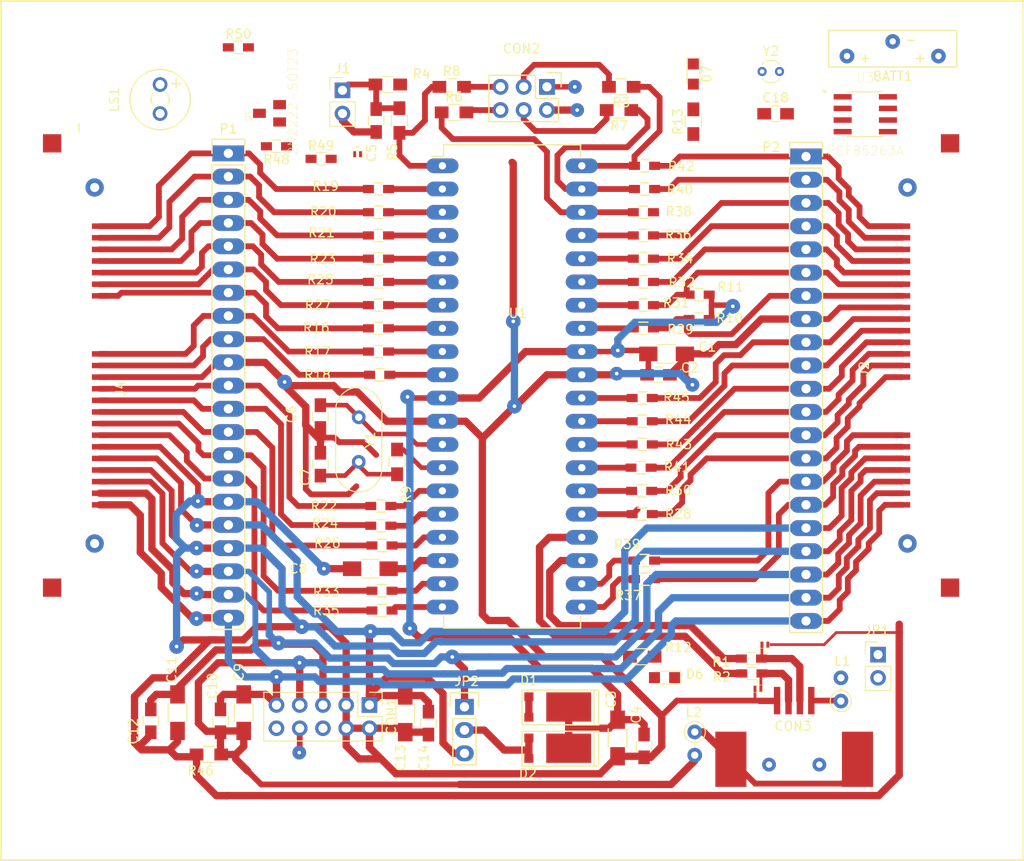
<source format=kicad_pcb>
(kicad_pcb (version 4) (host pcbnew 4.0.6-e0-6349~53~ubuntu14.04.1)
  (layers (0 F.Cu signal) (31 B.Cu signal) (34 B.Paste user) (35 F.Paste user) (36 B.SilkS user) (37 F.SilkS user) (38 B.Mask user) (39 F.Mask user) (44 Edge.Cuts user))
  (net 0 "")
  (net 1 VDD)
  (net 2 GNDD)
  (net 3 "Net-(C5-Pad1)")
  (net 4 /OSC1)
  (net 5 "Net-(C7-Pad1)")
  (net 6 /VUSB_CAP)
  (net 7 /VPWR)
  (net 8 GNDPWR)
  (net 9 /VCC_5V)
  (net 10 /VDD_3V)
  (net 11 "Net-(CON3-Pad1)")
  (net 12 "Net-(CON3-Pad5)")
  (net 13 //RST_VIKING)
  (net 14 //CS_VIKING)
  (net 15 /MISO)
  (net 16 /MOSI)
  (net 17 //RST_LAN)
  (net 18 //CS_LAN)
  (net 19 //RST_GPIB)
  (net 20 //RST_KEY)
  (net 21 "Net-(D1-Pad2)")
  (net 22 /USB_D-)
  (net 23 /MCLR_INT)
  (net 24 /USB_VBUS)
  (net 25 /USB_D+)
  (net 26 /LVP)
  (net 27 /OSC2)
  (net 28 "Net-(U3-Pad1)")
  (net 29 "Net-(U3-Pad2)")
  (net 30 "Net-(CON2-Pad3)")
  (net 31 "Net-(CON2-Pad4)")
  (net 32 "Net-(CON2-Pad5)")
  (net 33 "Net-(CON2-Pad6)")
  (net 34 /PA0)
  (net 35 /PA1)
  (net 36 /PA2)
  (net 37 /PA3)
  (net 38 /PA4)
  (net 39 /PA5)
  (net 40 /PE0)
  (net 41 /PE1)
  (net 42 /PE2)
  (net 43 /PC0)
  (net 44 /PC1)
  (net 45 /PC2)
  (net 46 /PD0)
  (net 47 /PD1)
  (net 48 /PB7)
  (net 49 /PB6)
  (net 50 /PB4)
  (net 51 /PB3)
  (net 52 /PB2)
  (net 53 /PB1)
  (net 54 /PB0)
  (net 55 "Net-(D6-Pad2)")
  (net 56 "Net-(D7-Pad2)")
  (net 57 "Net-(LS1-Pad1)")
  (net 58 "Net-(Q1-Pad1)")
  (net 59 "Net-(D2-Pad2)")
  (net 60 /PGD)
  (net 61 /PGC)
  (net 62 /RE0)
  (net 63 /RE1)
  (net 64 /RE2)
  (net 65 /RA0)
  (net 66 /RA1)
  (net 67 /RA2)
  (net 68 /RC0)
  (net 69 /RA3)
  (net 70 /RC1)
  (net 71 /RA4)
  (net 72 /RC2)
  (net 73 /RA5)
  (net 74 /RC6)
  (net 75 /RB0)
  (net 76 /RC7)
  (net 77 /RB1)
  (net 78 /RB2)
  (net 79 /RD0)
  (net 80 /RB3)
  (net 81 /RD1)
  (net 82 /RB4)
  (net 83 /RD2)
  (net 84 /RD3)
  (net 85 /RD4)
  (net 86 /RD5)
  (net 87 /RD6)
  (net 88 /RD7)
  (net 89 /D-)
  (net 90 /D+)
  (net 91 "Net-(CON1-Pad6)")
  (net 92 "Net-(CON1-Pad8)")
  (net 93 "Net-(CON1-Pad10)")
  (net 94 /PB5)
  (net 95 "Net-(U3-Pad7)")
  (net 96 "Net-(Q1-Pad3)")
  (net 97 "Net-(BATT1-Pad1)")
  (module Inductors_THT:L_Axial_L5.3mm_D2.2mm_P2.54mm_Vertical_Vishay_IM-1 (layer F.Cu) (at 210.4644 130.7592 270)
    (fp_text reference L2 (at -2.159 0.127 360) (layer F.SilkS))
    (fp_text value FERRITE_BEAD)
    (pad 1 thru_hole circle (at 0 0 270) (size 1.6 1.6) (drill 0.8) (layers *.Cu *.Mask) (net 12 "Net-(CON3-Pad5)"))
    (pad 2 thru_hole oval (at 2.54 0 270) (size 1.6 1.6) (drill 0.8) (layers *.Cu *.Mask) (net 8 GNDPWR))
  )
  (module Capacitors_SMD:C_0805_HandSoldering (layer F.Cu) (at 151.003 129.54 270)
    (fp_text reference C12 (at 1.143 1.905 270) (layer F.SilkS))
    (fp_text value 0.1uF)
    (pad 1 smd rect (at -1.25 0 270) (size 1.5 1.25) (layers F.Cu F.Paste F.Mask) (net 9 /VCC_5V))
    (pad 2 smd rect (at 1.25 0 270) (size 1.5 1.25) (layers F.Cu F.Paste F.Mask) (net 2 GNDD))
  )
  (module CenditFootprints2:DEBUG_PIN_HEADER_21P (layer F.Cu) (at 159.4866 67.4751)
    (fp_text reference P1 (at 0 -2.667) (layer F.SilkS))
    (fp_text value DEBUG_HEADER_21P)
    (pad 1 thru_hole rect (at 0 0) (size 3.5 1.7272) (drill 1.016) (layers *.Cu *.Mask) (net 34 /PA0))
    (pad 2 thru_hole oval (at 0 2.54) (size 3.5 1.7272) (drill 1.016) (layers *.Cu *.Mask) (net 35 /PA1))
    (pad 3 thru_hole oval (at 0 5.08) (size 3.5 1.7272) (drill 1.016) (layers *.Cu *.Mask) (net 36 /PA2))
    (pad 4 thru_hole oval (at 0 7.62) (size 3.5 1.7272) (drill 1.016) (layers *.Cu *.Mask) (net 37 /PA3))
    (pad 5 thru_hole oval (at 0 10.16) (size 3.5 1.7272) (drill 1.016) (layers *.Cu *.Mask) (net 38 /PA4))
    (pad 6 thru_hole oval (at 0 12.7) (size 3.5 1.7272) (drill 1.016) (layers *.Cu *.Mask) (net 39 /PA5))
    (pad 7 thru_hole oval (at 0 15.24) (size 3.5 1.7272) (drill 1.016) (layers *.Cu *.Mask) (net 40 /PE0))
    (pad 8 thru_hole oval (at 0 17.78) (size 3.5 1.7272) (drill 1.016) (layers *.Cu *.Mask) (net 41 /PE1))
    (pad 9 thru_hole oval (at 0 20.32) (size 3.5 1.7272) (drill 1.016) (layers *.Cu *.Mask) (net 42 /PE2))
    (pad 10 thru_hole oval (at 0 22.86) (size 3.5 1.7272) (drill 1.016) (layers *.Cu *.Mask) (net 2 GNDD))
    (pad 11 thru_hole oval (at 0 25.4) (size 3.5 1.7272) (drill 1.016) (layers *.Cu *.Mask) (net 43 /PC0))
    (pad 12 thru_hole oval (at 0 27.94) (size 3.5 1.7272) (drill 1.016) (layers *.Cu *.Mask) (net 44 /PC1))
    (pad 13 thru_hole oval (at 0 30.48) (size 3.5 1.7272) (drill 1.016) (layers *.Cu *.Mask) (net 45 /PC2))
    (pad 14 thru_hole oval (at 0 33.02) (size 3.5 1.7272) (drill 1.016) (layers *.Cu *.Mask) (net 46 /PD0))
    (pad 15 thru_hole oval (at 0 35.56) (size 3.5 1.7272) (drill 1.016) (layers *.Cu *.Mask) (net 47 /PD1))
    (pad 16 thru_hole oval (at 0 38.1) (size 3.5 1.7272) (drill 1.016) (layers *.Cu *.Mask) (net 2 GNDD))
    (pad 17 thru_hole oval (at 0 40.64) (size 3.5 1.7272) (drill 1.016) (layers *.Cu *.Mask) (net 10 /VDD_3V))
    (pad 18 thru_hole oval (at 0 43.18) (size 3.5 1.7272) (drill 1.016) (layers *.Cu *.Mask) (net 2 GNDD))
    (pad 19 thru_hole oval (at 0 45.72) (size 3.5 1.7272) (drill 1.016) (layers *.Cu *.Mask) (net 9 /VCC_5V))
    (pad 20 thru_hole oval (at 0 48.26) (size 3.5 1.7272) (drill 1.016) (layers *.Cu *.Mask) (net 8 GNDPWR))
    (pad 21 thru_hole oval (at 0 50.8) (size 3.5 1.7272) (drill 1.016) (layers *.Cu *.Mask) (net 7 /VPWR))
  )
  (module Resistors_SMD:R_0603_HandSoldering (layer F.Cu) (at 216.662 122.7328)
    (fp_text reference R1 (at -3.302 0.381) (layer F.SilkS))
    (fp_text value 33)
    (pad 1 smd rect (at -1.1 0) (size 1.2 0.9) (layers F.Cu F.Paste F.Mask) (net 22 /USB_D-))
    (pad 2 smd rect (at 1.1 0) (size 1.2 0.9) (layers F.Cu F.Paste F.Mask) (net 89 /D-))
  )
  (module Capacitors_SMD:C_1206_HandSoldering (layer F.Cu) (at 207.391 89.408)
    (fp_text reference C1 (at 4.445 -0.762) (layer F.SilkS))
    (fp_text value 1uF)
    (pad 1 smd rect (at -2 0) (size 2 1.6) (layers F.Cu F.Paste F.Mask) (net 1 VDD))
    (pad 2 smd rect (at 2 0) (size 2 1.6) (layers F.Cu F.Paste F.Mask) (net 2 GNDD))
  )
  (module Capacitors_SMD:C_0805_HandSoldering (layer F.Cu) (at 206.502 91.694)
    (fp_text reference C2 (at 3.429 -0.762) (layer F.SilkS))
    (fp_text value 0.1uF)
    (pad 1 smd rect (at -1.25 0) (size 1.5 1.25) (layers F.Cu F.Paste F.Mask) (net 1 VDD))
    (pad 2 smd rect (at 1.25 0) (size 1.5 1.25) (layers F.Cu F.Paste F.Mask) (net 2 GNDD))
  )
  (module Capacitors_SMD:C_0805_HandSoldering (layer F.Cu) (at 204.9272 132.2832 270)
    (fp_text reference C4 (at -3.4036 0.8636 270) (layer F.SilkS))
    (fp_text value 0.1uF)
    (pad 1 smd rect (at -1.25 0 270) (size 1.5 1.25) (layers F.Cu F.Paste F.Mask) (net 1 VDD))
    (pad 2 smd rect (at 1.25 0 270) (size 1.5 1.25) (layers F.Cu F.Paste F.Mask) (net 2 GNDD))
  )
  (module Capacitors_SMD:C_0805_HandSoldering (layer F.Cu) (at 175.641 63.881 270)
    (fp_text reference C5 (at 3.556 0.508 270) (layer F.SilkS))
    (fp_text value 0.1uF)
    (pad 1 smd rect (at -1.25 0 270) (size 1.5 1.25) (layers F.Cu F.Paste F.Mask) (net 3 "Net-(C5-Pad1)"))
    (pad 2 smd rect (at 1.25 0 270) (size 1.5 1.25) (layers F.Cu F.Paste F.Mask) (net 2 GNDD))
  )
  (module Capacitors_SMD:C_1206_HandSoldering (layer F.Cu) (at 175.006 112.903)
    (fp_text reference C8 (at -7.874 0) (layer F.SilkS))
    (fp_text value 1uF)
    (pad 1 smd rect (at -2 0) (size 2 1.6) (layers F.Cu F.Paste F.Mask) (net 2 GNDD))
    (pad 2 smd rect (at 2 0) (size 2 1.6) (layers F.Cu F.Paste F.Mask) (net 6 /VUSB_CAP))
  )
  (module Capacitors_SMD:C_1206_HandSoldering (layer F.Cu) (at 161.163 128.651 270)
    (fp_text reference C9 (at -4.445 0.508 270) (layer F.SilkS))
    (fp_text value 1uF)
    (pad 1 smd rect (at -2 0 270) (size 2 1.6) (layers F.Cu F.Paste F.Mask) (net 7 /VPWR))
    (pad 2 smd rect (at 2 0 270) (size 2 1.6) (layers F.Cu F.Paste F.Mask) (net 8 GNDPWR))
  )
  (module Capacitors_SMD:C_0805_HandSoldering (layer F.Cu) (at 158.623 129.54 270)
    (fp_text reference C10 (at -3.81 0.889 270) (layer F.SilkS))
    (fp_text value 0.1uF)
    (pad 1 smd rect (at -1.25 0 270) (size 1.5 1.25) (layers F.Cu F.Paste F.Mask) (net 7 /VPWR))
    (pad 2 smd rect (at 1.25 0 270) (size 1.5 1.25) (layers F.Cu F.Paste F.Mask) (net 8 GNDPWR))
  )
  (module Capacitors_SMD:C_1206_HandSoldering (layer F.Cu) (at 153.924 128.651 270)
    (fp_text reference C11 (at -4.699 0.635 270) (layer F.SilkS))
    (fp_text value 1uF)
    (pad 1 smd rect (at -2 0 270) (size 2 1.6) (layers F.Cu F.Paste F.Mask) (net 9 /VCC_5V))
    (pad 2 smd rect (at 2 0 270) (size 2 1.6) (layers F.Cu F.Paste F.Mask) (net 2 GNDD))
  )
  (module Capacitors_SMD:C_1206_HandSoldering (layer F.Cu) (at 178.816 128.778 270)
    (fp_text reference C13 (at 4.826 0.508 270) (layer F.SilkS))
    (fp_text value 1uF)
    (pad 1 smd rect (at -2 0 270) (size 2 1.6) (layers F.Cu F.Paste F.Mask) (net 10 /VDD_3V))
    (pad 2 smd rect (at 2 0 270) (size 2 1.6) (layers F.Cu F.Paste F.Mask) (net 2 GNDD))
  )
  (module Capacitors_SMD:C_0805_HandSoldering (layer F.Cu) (at 181.356 129.794 270)
    (fp_text reference C14 (at 3.81 0.508 270) (layer F.SilkS))
    (fp_text value 0.1uF)
    (pad 1 smd rect (at -1.25 0 270) (size 1.5 1.25) (layers F.Cu F.Paste F.Mask) (net 10 /VDD_3V))
    (pad 2 smd rect (at 1.25 0 270) (size 1.5 1.25) (layers F.Cu F.Paste F.Mask) (net 2 GNDD))
  )
  (module Capacitors_SMD:C_0805_HandSoldering (layer F.Cu) (at 219.3036 63.1444)
    (fp_text reference C18 (at 0 -1.75) (layer F.SilkS))
    (fp_text value 0.1uF)
    (pad 1 smd rect (at -1.25 0) (size 1.5 1.25) (layers F.Cu F.Paste F.Mask) (net 10 /VDD_3V))
    (pad 2 smd rect (at 1.25 0) (size 1.5 1.25) (layers F.Cu F.Paste F.Mask) (net 2 GNDD))
  )
  (module Pin_Headers:Pin_Header_Straight_1x02_Pitch2.54mm (layer F.Cu) (at 171.958 60.579)
    (fp_text reference J1 (at 0 -2.39) (layer F.SilkS))
    (fp_text value RESET_CON)
    (pad 1 thru_hole rect (at 0 0) (size 1.7 1.7) (drill 1) (layers *.Cu *.Mask) (net 3 "Net-(C5-Pad1)"))
    (pad 2 thru_hole oval (at 0 2.54) (size 1.7 1.7) (drill 1) (layers *.Cu *.Mask) (net 2 GNDD))
  )
  (module Pin_Headers:Pin_Header_Straight_1x02_Pitch2.54mm (layer F.Cu) (at 230.505 122.301)
    (fp_text reference JP1 (at -0.127 -2.667) (layer F.SilkS))
    (fp_text value JMP_USB_VBUS)
    (pad 1 thru_hole rect (at 0 0) (size 1.7 1.7) (drill 1) (layers *.Cu *.Mask) (net 24 /USB_VBUS))
    (pad 2 thru_hole oval (at 0 2.54) (size 1.7 1.7) (drill 1) (layers *.Cu *.Mask) (net 21 "Net-(D1-Pad2)"))
  )
  (module Resistors_SMD:R_0603_HandSoldering (layer F.Cu) (at 216.7128 124.3584)
    (fp_text reference R2 (at -3.302 0.381) (layer F.SilkS))
    (fp_text value 33)
    (pad 1 smd rect (at -1.1 0) (size 1.2 0.9) (layers F.Cu F.Paste F.Mask) (net 25 /USB_D+))
    (pad 2 smd rect (at 1.1 0) (size 1.2 0.9) (layers F.Cu F.Paste F.Mask) (net 90 /D+))
  )
  (module Resistors_SMD:R_0805_HandSoldering (layer F.Cu) (at 202.438 60.198 180)
    (fp_text reference R3 (at 0 -1.7 180) (layer F.SilkS))
    (fp_text value 100R)
    (pad 1 smd rect (at -1.35 0 180) (size 1.5 1.3) (layers F.Cu F.Paste F.Mask) (net 60 /PGD))
    (pad 2 smd rect (at 1.35 0 180) (size 1.5 1.3) (layers F.Cu F.Paste F.Mask) (net 30 "Net-(CON2-Pad3)"))
  )
  (module Resistors_SMD:R_0805_HandSoldering (layer F.Cu) (at 176.911 59.944 180)
    (fp_text reference R4 (at -3.683 1.143 180) (layer F.SilkS))
    (fp_text value 4,7K)
    (pad 1 smd rect (at -1.35 0 180) (size 1.5 1.3) (layers F.Cu F.Paste F.Mask) (net 1 VDD))
    (pad 2 smd rect (at 1.35 0 180) (size 1.5 1.3) (layers F.Cu F.Paste F.Mask) (net 3 "Net-(C5-Pad1)"))
  )
  (module Resistors_SMD:R_0805_HandSoldering (layer F.Cu) (at 178.181 63.881 90)
    (fp_text reference R5 (at -3.429 -0.762 90) (layer F.SilkS))
    (fp_text value 100R)
    (pad 1 smd rect (at -1.35 0 90) (size 1.5 1.3) (layers F.Cu F.Paste F.Mask) (net 23 /MCLR_INT))
    (pad 2 smd rect (at 1.35 0 90) (size 1.5 1.3) (layers F.Cu F.Paste F.Mask) (net 3 "Net-(C5-Pad1)"))
  )
  (module Resistors_SMD:R_0805_HandSoldering (layer F.Cu) (at 184.15 62.992)
    (fp_text reference R6 (at 0 -1.7) (layer F.SilkS))
    (fp_text value 100R)
    (pad 1 smd rect (at -1.35 0) (size 1.5 1.3) (layers F.Cu F.Paste F.Mask) (net 26 /LVP))
    (pad 2 smd rect (at 1.35 0) (size 1.5 1.3) (layers F.Cu F.Paste F.Mask) (net 33 "Net-(CON2-Pad6)"))
  )
  (module Resistors_SMD:R_0805_HandSoldering (layer F.Cu) (at 202.184 62.738 180)
    (fp_text reference R7 (at 0 -1.7 180) (layer F.SilkS))
    (fp_text value 100R)
    (pad 1 smd rect (at -1.35 0 180) (size 1.5 1.3) (layers F.Cu F.Paste F.Mask) (net 61 /PGC))
    (pad 2 smd rect (at 1.35 0 180) (size 1.5 1.3) (layers F.Cu F.Paste F.Mask) (net 31 "Net-(CON2-Pad4)"))
  )
  (module Resistors_SMD:R_0805_HandSoldering (layer F.Cu) (at 183.896 60.198)
    (fp_text reference R8 (at 0 -1.7) (layer F.SilkS))
    (fp_text value 100)
    (pad 1 smd rect (at -1.35 0) (size 1.5 1.3) (layers F.Cu F.Paste F.Mask) (net 23 /MCLR_INT))
    (pad 2 smd rect (at 1.35 0) (size 1.5 1.3) (layers F.Cu F.Paste F.Mask) (net 32 "Net-(CON2-Pad5)"))
  )
  (module Resistors_SMD:R_0805_HandSoldering (layer F.Cu) (at 177.927 101.219 270)
    (fp_text reference R9 (at 3.556 -1.016 270) (layer F.SilkS))
    (fp_text value RS)
    (pad 1 smd rect (at -1.35 0 270) (size 1.5 1.3) (layers F.Cu F.Paste F.Mask) (net 27 /OSC2))
    (pad 2 smd rect (at 1.35 0 270) (size 1.5 1.3) (layers F.Cu F.Paste F.Mask) (net 5 "Net-(C7-Pad1)"))
  )
  (module Crystals:Crystal_HC49-4H_Vertical (layer F.Cu) (at 173.736 101.219 90)
    (fp_text reference Y1 (at 2.413 1.27 90) (layer F.SilkS))
    (fp_text value Crystal)
    (pad 1 thru_hole circle (at 0 0 90) (size 1.5 1.5) (drill 0.8) (layers *.Cu *.Mask) (net 5 "Net-(C7-Pad1)"))
    (pad 2 thru_hole circle (at 4.88 0 90) (size 1.5 1.5) (drill 0.8) (layers *.Cu *.Mask) (net 4 /OSC1))
  )
  (module Crystals:Crystal_C26-LF_d2.1mm_l6.5mm_Vertical (layer F.Cu) (at 217.8304 58.5216)
    (fp_text reference Y2 (at 0.95 -2.23) (layer F.SilkS))
    (fp_text value 32.768KHZ)
    (pad 1 thru_hole circle (at 0 0) (size 1 1) (drill 0.5) (layers *.Cu *.Mask) (net 28 "Net-(U3-Pad1)"))
    (pad 2 thru_hole circle (at 1.9 0) (size 1 1) (drill 0.5) (layers *.Cu *.Mask) (net 29 "Net-(U3-Pad2)"))
  )
  (module Inductors_THT:L_Axial_L5.3mm_D2.2mm_P2.54mm_Vertical_Vishay_IM-1 (layer F.Cu) (at 226.441 127.381 90)
    (fp_text reference L1 (at 4.3688 0.1524 180) (layer F.SilkS))
    (fp_text value FERRITE_BEAD)
    (pad 1 thru_hole circle (at 0 0 90) (size 1.6 1.6) (drill 0.8) (layers *.Cu *.Mask) (net 11 "Net-(CON3-Pad1)"))
    (pad 2 thru_hole oval (at 2.54 0 90) (size 1.6 1.6) (drill 0.8) (layers *.Cu *.Mask) (net 24 /USB_VBUS))
  )
  (module Capacitors_SMD:C_0805_HandSoldering (layer F.Cu) (at 169.545 96.266 270)
    (fp_text reference C6 (at -0.254 3.175 270) (layer F.SilkS))
    (fp_text value 22p)
    (pad 1 smd rect (at -1.25 0 270) (size 1.5 1.25) (layers F.Cu F.Paste F.Mask) (net 4 /OSC1))
    (pad 2 smd rect (at 1.25 0 270) (size 1.5 1.25) (layers F.Cu F.Paste F.Mask) (net 2 GNDD))
  )
  (module Capacitors_SMD:C_0805_HandSoldering (layer F.Cu) (at 169.545 101.473 90)
    (fp_text reference C7 (at -1.397 -1.651 90) (layer F.SilkS))
    (fp_text value 22p)
    (pad 1 smd rect (at -1.25 0 90) (size 1.5 1.25) (layers F.Cu F.Paste F.Mask) (net 5 "Net-(C7-Pad1)"))
    (pad 2 smd rect (at 1.25 0 90) (size 1.5 1.25) (layers F.Cu F.Paste F.Mask) (net 2 GNDD))
  )
  (module LEDs:LED_0805 (layer F.Cu) (at 207.1624 124.8156 180)
    (fp_text reference D6 (at -3.302 0.381 180) (layer F.SilkS))
    (fp_text value LED)
    (pad 2 smd rect (at 1.1 0) (size 1.2 1.2) (layers F.Cu F.Paste F.Mask) (net 55 "Net-(D6-Pad2)"))
    (pad 1 smd rect (at -1.1 0) (size 1.2 1.2) (layers F.Cu F.Paste F.Mask) (net 2 GNDD))
  )
  (module LEDs:LED_0805 (layer F.Cu) (at 210.312 58.801 270)
    (fp_text reference D7 (at 0 -1.45 270) (layer F.SilkS))
    (fp_text value LED)
    (pad 2 smd rect (at 1.1 0 90) (size 1.2 1.2) (layers F.Cu F.Paste F.Mask) (net 56 "Net-(D7-Pad2)"))
    (pad 1 smd rect (at -1.1 0 90) (size 1.2 1.2) (layers F.Cu F.Paste F.Mask) (net 2 GNDD))
  )
  (module Resistors_SMD:R_0805_HandSoldering (layer F.Cu) (at 204.724 122.5296)
    (fp_text reference R12 (at 3.937 -1.016) (layer F.SilkS))
    (fp_text value 300)
    (pad 1 smd rect (at -1.35 0) (size 1.5 1.3) (layers F.Cu F.Paste F.Mask) (net 1 VDD))
    (pad 2 smd rect (at 1.35 0) (size 1.5 1.3) (layers F.Cu F.Paste F.Mask) (net 55 "Net-(D6-Pad2)"))
  )
  (module Resistors_SMD:R_0805_HandSoldering (layer F.Cu) (at 210.312 64.008 90)
    (fp_text reference R13 (at 0 -1.7 90) (layer F.SilkS))
    (fp_text value 300)
    (pad 1 smd rect (at -1.35 0 90) (size 1.5 1.3) (layers F.Cu F.Paste F.Mask) (net 50 /PB4))
    (pad 2 smd rect (at 1.35 0 90) (size 1.5 1.3) (layers F.Cu F.Paste F.Mask) (net 56 "Net-(D7-Pad2)"))
  )
  (module Buzzers_Beepers:MagneticBuzzer_Kingstate_KCG0601 (layer F.Cu) (at 152.019 63.119 90)
    (fp_text reference LS1 (at 1.524 -5.00126 90) (layer F.SilkS))
    (fp_text value Speaker_Crystal)
    (pad 1 thru_hole circle (at 0 0 90) (size 1.6002 1.6002) (drill 1.00076) (layers *.Cu *.Mask) (net 57 "Net-(LS1-Pad1)"))
    (pad 2 thru_hole circle (at 3.175 0 90) (size 1.6002 1.6002) (drill 1.00076) (layers *.Cu *.Mask) (net 2 GNDD))
  )
  (module Pin_Headers:Pin_Header_Straight_2x03 (layer F.Cu) (at 194.31 60.198 270)
    (fp_text reference CON2 (at -4.191 2.794 360) (layer F.SilkS))
    (fp_text value ICSP_CON)
    (pad 1 thru_hole rect (at 0 0 270) (size 1.7272 1.7272) (drill 1.016) (layers *.Cu *.Mask) (net 1 VDD))
    (pad 2 thru_hole oval (at 2.54 0 270) (size 1.7272 1.7272) (drill 1.016) (layers *.Cu *.Mask) (net 2 GNDD))
    (pad 3 thru_hole oval (at 0 2.54 270) (size 1.7272 1.7272) (drill 1.016) (layers *.Cu *.Mask) (net 30 "Net-(CON2-Pad3)"))
    (pad 4 thru_hole oval (at 2.54 2.54 270) (size 1.7272 1.7272) (drill 1.016) (layers *.Cu *.Mask) (net 31 "Net-(CON2-Pad4)"))
    (pad 5 thru_hole oval (at 0 5.08 270) (size 1.7272 1.7272) (drill 1.016) (layers *.Cu *.Mask) (net 32 "Net-(CON2-Pad5)"))
    (pad 6 thru_hole oval (at 2.54 5.08 270) (size 1.7272 1.7272) (drill 1.016) (layers *.Cu *.Mask) (net 33 "Net-(CON2-Pad6)"))
  )
  (module Resistors_SMD:R_0603_HandSoldering (layer F.Cu) (at 175.895 86.614)
    (fp_text reference R16 (at -6.7945 -0.0635) (layer F.SilkS))
    (fp_text value RP)
    (pad 1 smd rect (at -1.1 0) (size 1.2 0.9) (layers F.Cu F.Paste F.Mask) (net 40 /PE0))
    (pad 2 smd rect (at 1.1 0) (size 1.2 0.9) (layers F.Cu F.Paste F.Mask) (net 62 /RE0))
  )
  (module Resistors_SMD:R_0603_HandSoldering (layer F.Cu) (at 175.895 89.154)
    (fp_text reference R17 (at -6.6675 0) (layer F.SilkS))
    (fp_text value RP)
    (pad 1 smd rect (at -1.1 0) (size 1.2 0.9) (layers F.Cu F.Paste F.Mask) (net 41 /PE1))
    (pad 2 smd rect (at 1.1 0) (size 1.2 0.9) (layers F.Cu F.Paste F.Mask) (net 63 /RE1))
  )
  (module Resistors_SMD:R_0603_HandSoldering (layer F.Cu) (at 176.022 91.694)
    (fp_text reference R18 (at -6.7945 0) (layer F.SilkS))
    (fp_text value RP)
    (pad 1 smd rect (at -1.1 0) (size 1.2 0.9) (layers F.Cu F.Paste F.Mask) (net 42 /PE2))
    (pad 2 smd rect (at 1.1 0) (size 1.2 0.9) (layers F.Cu F.Paste F.Mask) (net 64 /RE2))
  )
  (module Resistors_SMD:R_0603_HandSoldering (layer F.Cu) (at 175.895 71.374 180)
    (fp_text reference R19 (at 5.7785 0.3175 180) (layer F.SilkS))
    (fp_text value RP)
    (pad 1 smd rect (at -1.1 0 180) (size 1.2 0.9) (layers F.Cu F.Paste F.Mask) (net 65 /RA0))
    (pad 2 smd rect (at 1.1 0 180) (size 1.2 0.9) (layers F.Cu F.Paste F.Mask) (net 34 /PA0))
  )
  (module Resistors_SMD:R_0603_HandSoldering (layer F.Cu) (at 175.895 73.914 180)
    (fp_text reference R20 (at 6.0325 0.0635 180) (layer F.SilkS))
    (fp_text value RP)
    (pad 1 smd rect (at -1.1 0 180) (size 1.2 0.9) (layers F.Cu F.Paste F.Mask) (net 66 /RA1))
    (pad 2 smd rect (at 1.1 0 180) (size 1.2 0.9) (layers F.Cu F.Paste F.Mask) (net 35 /PA1))
  )
  (module Resistors_SMD:R_0603_HandSoldering (layer F.Cu) (at 175.895 76.454 180)
    (fp_text reference R21 (at 6.223 0.3175 180) (layer F.SilkS))
    (fp_text value RP)
    (pad 1 smd rect (at -1.1 0 180) (size 1.2 0.9) (layers F.Cu F.Paste F.Mask) (net 67 /RA2))
    (pad 2 smd rect (at 1.1 0 180) (size 1.2 0.9) (layers F.Cu F.Paste F.Mask) (net 36 /PA2))
  )
  (module Resistors_SMD:R_0603_HandSoldering (layer F.Cu) (at 176.149 106.045)
    (fp_text reference R22 (at -6.223 0) (layer F.SilkS))
    (fp_text value RP)
    (pad 1 smd rect (at -1.1 0) (size 1.2 0.9) (layers F.Cu F.Paste F.Mask) (net 43 /PC0))
    (pad 2 smd rect (at 1.1 0) (size 1.2 0.9) (layers F.Cu F.Paste F.Mask) (net 68 /RC0))
  )
  (module Resistors_SMD:R_0603_HandSoldering (layer F.Cu) (at 175.895 78.994 180)
    (fp_text reference R23 (at 6.096 -0.0635 180) (layer F.SilkS))
    (fp_text value RP)
    (pad 1 smd rect (at -1.1 0 180) (size 1.2 0.9) (layers F.Cu F.Paste F.Mask) (net 69 /RA3))
    (pad 2 smd rect (at 1.1 0 180) (size 1.2 0.9) (layers F.Cu F.Paste F.Mask) (net 37 /PA3))
  )
  (module Resistors_SMD:R_0603_HandSoldering (layer F.Cu) (at 176.149 108.204)
    (fp_text reference R24 (at -6.096 -0.254) (layer F.SilkS))
    (fp_text value RP)
    (pad 1 smd rect (at -1.1 0) (size 1.2 0.9) (layers F.Cu F.Paste F.Mask) (net 44 /PC1))
    (pad 2 smd rect (at 1.1 0) (size 1.2 0.9) (layers F.Cu F.Paste F.Mask) (net 70 /RC1))
  )
  (module Resistors_SMD:R_0603_HandSoldering (layer F.Cu) (at 175.895 81.534 180)
    (fp_text reference R25 (at 6.35 0.254 180) (layer F.SilkS))
    (fp_text value RP)
    (pad 1 smd rect (at -1.1 0 180) (size 1.2 0.9) (layers F.Cu F.Paste F.Mask) (net 71 /RA4))
    (pad 2 smd rect (at 1.1 0 180) (size 1.2 0.9) (layers F.Cu F.Paste F.Mask) (net 38 /PA4))
  )
  (module Resistors_SMD:R_0603_HandSoldering (layer F.Cu) (at 176.276 110.363)
    (fp_text reference R26 (at -5.969 -0.254) (layer F.SilkS))
    (fp_text value RP)
    (pad 1 smd rect (at -1.1 0) (size 1.2 0.9) (layers F.Cu F.Paste F.Mask) (net 45 /PC2))
    (pad 2 smd rect (at 1.1 0) (size 1.2 0.9) (layers F.Cu F.Paste F.Mask) (net 72 /RC2))
  )
  (module Resistors_SMD:R_0603_HandSoldering (layer F.Cu) (at 175.895 84.074 180)
    (fp_text reference R27 (at 6.604 0 180) (layer F.SilkS))
    (fp_text value RP)
    (pad 1 smd rect (at -1.1 0 180) (size 1.2 0.9) (layers F.Cu F.Paste F.Mask) (net 73 /RA5))
    (pad 2 smd rect (at 1.1 0 180) (size 1.2 0.9) (layers F.Cu F.Paste F.Mask) (net 39 /PA5))
  )
  (module Resistors_SMD:R_0603_HandSoldering (layer F.Cu) (at 204.724 106.934 180)
    (fp_text reference R28 (at -3.937 0 180) (layer F.SilkS))
    (fp_text value RP)
    (pad 1 smd rect (at -1.1 0 180) (size 1.2 0.9) (layers F.Cu F.Paste F.Mask) (net 15 /MISO))
    (pad 2 smd rect (at 1.1 0 180) (size 1.2 0.9) (layers F.Cu F.Paste F.Mask) (net 74 /RC6))
  )
  (module Resistors_SMD:R_0603_HandSoldering (layer F.Cu) (at 204.851 86.614)
    (fp_text reference R29 (at 4.064 0.127) (layer F.SilkS))
    (fp_text value RP)
    (pad 1 smd rect (at -1.1 0) (size 1.2 0.9) (layers F.Cu F.Paste F.Mask) (net 75 /RB0))
    (pad 2 smd rect (at 1.1 0) (size 1.2 0.9) (layers F.Cu F.Paste F.Mask) (net 54 /PB0))
  )
  (module Resistors_SMD:R_0603_HandSoldering (layer F.Cu) (at 204.6605 104.394 180)
    (fp_text reference R30 (at -4.0005 0.0635 180) (layer F.SilkS))
    (fp_text value RP)
    (pad 1 smd rect (at -1.1 0 180) (size 1.2 0.9) (layers F.Cu F.Paste F.Mask) (net 16 /MOSI))
    (pad 2 smd rect (at 1.1 0 180) (size 1.2 0.9) (layers F.Cu F.Paste F.Mask) (net 76 /RC7))
  )
  (module Resistors_SMD:R_0603_HandSoldering (layer F.Cu) (at 204.851 84.074)
    (fp_text reference R31 (at 3.5814 -0.254) (layer F.SilkS))
    (fp_text value RP)
    (pad 1 smd rect (at -1.1 0) (size 1.2 0.9) (layers F.Cu F.Paste F.Mask) (net 77 /RB1))
    (pad 2 smd rect (at 1.1 0) (size 1.2 0.9) (layers F.Cu F.Paste F.Mask) (net 53 /PB1))
  )
  (module Resistors_SMD:R_0603_HandSoldering (layer F.Cu) (at 204.851 81.534)
    (fp_text reference R32 (at 4.191 0.0635) (layer F.SilkS))
    (fp_text value RP)
    (pad 1 smd rect (at -1.1 0) (size 1.2 0.9) (layers F.Cu F.Paste F.Mask) (net 78 /RB2))
    (pad 2 smd rect (at 1.1 0) (size 1.2 0.9) (layers F.Cu F.Paste F.Mask) (net 52 /PB2))
  )
  (module Resistors_SMD:R_0603_HandSoldering (layer F.Cu) (at 176.276 115.316)
    (fp_text reference R33 (at -6.096 0.127) (layer F.SilkS))
    (fp_text value RP)
    (pad 1 smd rect (at -1.1 0) (size 1.2 0.9) (layers F.Cu F.Paste F.Mask) (net 46 /PD0))
    (pad 2 smd rect (at 1.1 0) (size 1.2 0.9) (layers F.Cu F.Paste F.Mask) (net 79 /RD0))
  )
  (module Resistors_SMD:R_0603_HandSoldering (layer F.Cu) (at 204.851 78.994)
    (fp_text reference R34 (at 4.0005 0) (layer F.SilkS))
    (fp_text value RP)
    (pad 1 smd rect (at -1.1 0) (size 1.2 0.9) (layers F.Cu F.Paste F.Mask) (net 80 /RB3))
    (pad 2 smd rect (at 1.1 0) (size 1.2 0.9) (layers F.Cu F.Paste F.Mask) (net 51 /PB3))
  )
  (module Resistors_SMD:R_0603_HandSoldering (layer F.Cu) (at 176.276 117.475)
    (fp_text reference R35 (at -6.096 0) (layer F.SilkS))
    (fp_text value RP)
    (pad 1 smd rect (at -1.1 0) (size 1.2 0.9) (layers F.Cu F.Paste F.Mask) (net 47 /PD1))
    (pad 2 smd rect (at 1.1 0) (size 1.2 0.9) (layers F.Cu F.Paste F.Mask) (net 81 /RD1))
  )
  (module Resistors_SMD:R_0603_HandSoldering (layer F.Cu) (at 204.851 76.454)
    (fp_text reference R36 (at 3.81 -0.0635) (layer F.SilkS))
    (fp_text value RP)
    (pad 1 smd rect (at -1.1 0) (size 1.2 0.9) (layers F.Cu F.Paste F.Mask) (net 82 /RB4))
    (pad 2 smd rect (at 1.1 0) (size 1.2 0.9) (layers F.Cu F.Paste F.Mask) (net 50 /PB4))
  )
  (module Resistors_SMD:R_0603_HandSoldering (layer F.Cu) (at 204.978 114.046 180)
    (fp_text reference R37 (at 1.778 -1.778 180) (layer F.SilkS))
    (fp_text value RP)
    (pad 1 smd rect (at -1.1 0 180) (size 1.2 0.9) (layers F.Cu F.Paste F.Mask) (net 20 //RST_KEY))
    (pad 2 smd rect (at 1.1 0 180) (size 1.2 0.9) (layers F.Cu F.Paste F.Mask) (net 83 /RD2))
  )
  (module Resistors_SMD:R_0603_HandSoldering (layer F.Cu) (at 204.851 73.914)
    (fp_text reference R38 (at 3.8735 -0.0635) (layer F.SilkS))
    (fp_text value RP)
    (pad 1 smd rect (at -1.1 0) (size 1.2 0.9) (layers F.Cu F.Paste F.Mask) (net 26 /LVP))
    (pad 2 smd rect (at 1.1 0) (size 1.2 0.9) (layers F.Cu F.Paste F.Mask) (net 94 /PB5))
  )
  (module Resistors_SMD:R_0603_HandSoldering (layer F.Cu) (at 204.978 112.014 180)
    (fp_text reference R39 (at 1.905 1.778 180) (layer F.SilkS))
    (fp_text value RP)
    (pad 1 smd rect (at -1.1 0 180) (size 1.2 0.9) (layers F.Cu F.Paste F.Mask) (net 19 //RST_GPIB))
    (pad 2 smd rect (at 1.1 0 180) (size 1.2 0.9) (layers F.Cu F.Paste F.Mask) (net 84 /RD3))
  )
  (module Resistors_SMD:R_0603_HandSoldering (layer F.Cu) (at 204.978 71.374)
    (fp_text reference R40 (at 3.8735 0.0635) (layer F.SilkS))
    (fp_text value RP)
    (pad 1 smd rect (at -1.1 0) (size 1.2 0.9) (layers F.Cu F.Paste F.Mask) (net 61 /PGC))
    (pad 2 smd rect (at 1.1 0) (size 1.2 0.9) (layers F.Cu F.Paste F.Mask) (net 49 /PB6))
  )
  (module Resistors_SMD:R_0603_HandSoldering (layer F.Cu) (at 204.597 101.854 180)
    (fp_text reference R41 (at -3.937 0.0635 180) (layer F.SilkS))
    (fp_text value RP)
    (pad 1 smd rect (at -1.1 0 180) (size 1.2 0.9) (layers F.Cu F.Paste F.Mask) (net 17 //RST_LAN))
    (pad 2 smd rect (at 1.1 0 180) (size 1.2 0.9) (layers F.Cu F.Paste F.Mask) (net 85 /RD4))
  )
  (module Resistors_SMD:R_0603_HandSoldering (layer F.Cu) (at 204.978 68.834)
    (fp_text reference R42 (at 4.0005 0.0635) (layer F.SilkS))
    (fp_text value RP)
    (pad 1 smd rect (at -1.1 0) (size 1.2 0.9) (layers F.Cu F.Paste F.Mask) (net 60 /PGD))
    (pad 2 smd rect (at 1.1 0) (size 1.2 0.9) (layers F.Cu F.Paste F.Mask) (net 48 /PB7))
  )
  (module Resistors_SMD:R_0603_HandSoldering (layer F.Cu) (at 204.724 99.314 180)
    (fp_text reference R43 (at -4.0005 0 180) (layer F.SilkS))
    (fp_text value RP)
    (pad 1 smd rect (at -1.1 0 180) (size 1.2 0.9) (layers F.Cu F.Paste F.Mask) (net 13 //RST_VIKING))
    (pad 2 smd rect (at 1.1 0 180) (size 1.2 0.9) (layers F.Cu F.Paste F.Mask) (net 86 /RD5))
  )
  (module Resistors_SMD:R_0603_HandSoldering (layer F.Cu) (at 204.724 96.774 180)
    (fp_text reference R44 (at -3.937 0.1905 180) (layer F.SilkS))
    (fp_text value RP)
    (pad 1 smd rect (at -1.1 0 180) (size 1.2 0.9) (layers F.Cu F.Paste F.Mask) (net 18 //CS_LAN))
    (pad 2 smd rect (at 1.1 0 180) (size 1.2 0.9) (layers F.Cu F.Paste F.Mask) (net 87 /RD6))
  )
  (module Resistors_SMD:R_0603_HandSoldering (layer F.Cu) (at 204.724 94.234 180)
    (fp_text reference R45 (at -3.7465 0.0635 180) (layer F.SilkS))
    (fp_text value RP)
    (pad 1 smd rect (at -1.1 0 180) (size 1.2 0.9) (layers F.Cu F.Paste F.Mask) (net 14 //CS_VIKING))
    (pad 2 smd rect (at 1.1 0 180) (size 1.2 0.9) (layers F.Cu F.Paste F.Mask) (net 88 /RD7))
  )
  (module Resistors_SMD:R_0805_HandSoldering (layer F.Cu) (at 157.353 133.223)
    (fp_text reference R46 (at -0.889 1.778) (layer F.SilkS))
    (fp_text value 0)
    (pad 1 smd rect (at -1.35 0) (size 1.5 1.3) (layers F.Cu F.Paste F.Mask) (net 2 GNDD))
    (pad 2 smd rect (at 1.35 0) (size 1.5 1.3) (layers F.Cu F.Paste F.Mask) (net 8 GNDPWR))
  )
  (module CenditFootprints2:PIC18F4550-PDIP (layer F.Cu) (at 182.88 68.834)
    (fp_text reference U1 (at 8.255 16.129) (layer F.SilkS))
    (fp_text value PIC18F4550-I/P)
    (pad 1 thru_hole oval (at 0 0) (size 3.5 1.6) (drill 0.8) (layers *.Cu *.Mask) (net 23 /MCLR_INT))
    (pad 2 thru_hole oval (at 0 2.54) (size 3.5 1.6) (drill 0.8) (layers *.Cu *.Mask) (net 65 /RA0))
    (pad 3 thru_hole oval (at 0 5.08) (size 3.5 1.6) (drill 0.8) (layers *.Cu *.Mask) (net 66 /RA1))
    (pad 4 thru_hole oval (at 0 7.62) (size 3.5 1.6) (drill 0.8) (layers *.Cu *.Mask) (net 67 /RA2))
    (pad 5 thru_hole oval (at 0 10.16) (size 3.5 1.6) (drill 0.8) (layers *.Cu *.Mask) (net 69 /RA3))
    (pad 6 thru_hole oval (at 0 12.7) (size 3.5 1.6) (drill 0.8) (layers *.Cu *.Mask) (net 71 /RA4))
    (pad 7 thru_hole oval (at 0 15.24) (size 3.5 1.6) (drill 0.8) (layers *.Cu *.Mask) (net 73 /RA5))
    (pad 8 thru_hole oval (at 0 17.78) (size 3.5 1.6) (drill 0.8) (layers *.Cu *.Mask) (net 62 /RE0))
    (pad 9 thru_hole oval (at 0 20.32) (size 3.5 1.6) (drill 0.8) (layers *.Cu *.Mask) (net 63 /RE1))
    (pad 10 thru_hole oval (at 0 22.86) (size 3.5 1.6) (drill 0.8) (layers *.Cu *.Mask) (net 64 /RE2))
    (pad 11 thru_hole oval (at 0 25.4) (size 3.5 1.6) (drill 0.8) (layers *.Cu *.Mask) (net 1 VDD))
    (pad 12 thru_hole oval (at 0 27.94) (size 3.5 1.6) (drill 0.8) (layers *.Cu *.Mask) (net 2 GNDD))
    (pad 13 thru_hole oval (at 0 30.48) (size 3.5 1.6) (drill 0.8) (layers *.Cu *.Mask) (net 4 /OSC1))
    (pad 14 thru_hole oval (at 0 33.02) (size 3.5 1.6) (drill 0.8) (layers *.Cu *.Mask) (net 27 /OSC2))
    (pad 15 thru_hole oval (at 0 35.56) (size 3.5 1.6) (drill 0.8) (layers *.Cu *.Mask) (net 68 /RC0))
    (pad 16 thru_hole oval (at 0 38.1) (size 3.5 1.6) (drill 0.8) (layers *.Cu *.Mask) (net 70 /RC1))
    (pad 17 thru_hole oval (at 0 40.64) (size 3.5 1.6) (drill 0.8) (layers *.Cu *.Mask) (net 72 /RC2))
    (pad 18 thru_hole oval (at 0 43.18) (size 3.5 1.6) (drill 0.8) (layers *.Cu *.Mask) (net 6 /VUSB_CAP))
    (pad 19 thru_hole oval (at 0 45.72) (size 3.5 1.6) (drill 0.8) (layers *.Cu *.Mask) (net 79 /RD0))
    (pad 20 thru_hole oval (at 0 48.26) (size 3.5 1.6) (drill 0.8) (layers *.Cu *.Mask) (net 81 /RD1))
    (pad 21 thru_hole oval (at 15.24 48.26) (size 3.5 1.6) (drill 0.8) (layers *.Cu *.Mask) (net 83 /RD2))
    (pad 22 thru_hole oval (at 15.24 45.72) (size 3.5 1.6) (drill 0.8) (layers *.Cu *.Mask) (net 84 /RD3))
    (pad 23 thru_hole oval (at 15.24 43.18) (size 3.5 1.6) (drill 0.8) (layers *.Cu *.Mask) (net 22 /USB_D-))
    (pad 24 thru_hole oval (at 15.24 40.64) (size 3.5 1.6) (drill 0.8) (layers *.Cu *.Mask) (net 25 /USB_D+))
    (pad 25 thru_hole oval (at 15.24 38.1) (size 3.5 1.6) (drill 0.8) (layers *.Cu *.Mask) (net 74 /RC6))
    (pad 26 thru_hole oval (at 15.24 35.56) (size 3.5 1.6) (drill 0.8) (layers *.Cu *.Mask) (net 76 /RC7))
    (pad 27 thru_hole oval (at 15.24 33.02) (size 3.5 1.6) (drill 0.8) (layers *.Cu *.Mask) (net 85 /RD4))
    (pad 28 thru_hole oval (at 15.24 30.48) (size 3.5 1.6) (drill 0.8) (layers *.Cu *.Mask) (net 86 /RD5))
    (pad 29 thru_hole oval (at 15.24 27.94) (size 3.5 1.6) (drill 0.8) (layers *.Cu *.Mask) (net 87 /RD6))
    (pad 30 thru_hole oval (at 15.24 25.4) (size 3.5 1.6) (drill 0.8) (layers *.Cu *.Mask) (net 88 /RD7))
    (pad 31 thru_hole oval (at 15.24 22.86) (size 3.5 1.6) (drill 0.8) (layers *.Cu *.Mask) (net 2 GNDD))
    (pad 32 thru_hole oval (at 15.24 20.32) (size 3.5 1.6) (drill 0.8) (layers *.Cu *.Mask) (net 1 VDD))
    (pad 33 thru_hole oval (at 15.24 17.78) (size 3.5 1.6) (drill 0.8) (layers *.Cu *.Mask) (net 75 /RB0))
    (pad 34 thru_hole oval (at 15.24 15.24) (size 3.5 1.6) (drill 0.8) (layers *.Cu *.Mask) (net 77 /RB1))
    (pad 35 thru_hole oval (at 15.24 12.7) (size 3.5 1.6) (drill 0.8) (layers *.Cu *.Mask) (net 78 /RB2))
    (pad 36 thru_hole oval (at 15.24 10.16) (size 3.5 1.6) (drill 0.8) (layers *.Cu *.Mask) (net 80 /RB3))
    (pad 37 thru_hole oval (at 15.24 7.62) (size 3.5 1.6) (drill 0.8) (layers *.Cu *.Mask) (net 82 /RB4))
    (pad 38 thru_hole oval (at 15.24 5.08) (size 3.5 1.6) (drill 0.8) (layers *.Cu *.Mask) (net 26 /LVP))
    (pad 39 thru_hole oval (at 15.24 2.54) (size 3.5 1.6) (drill 0.8) (layers *.Cu *.Mask) (net 61 /PGC))
    (pad 40 thru_hole oval (at 15.24 0) (size 3.5 1.6) (drill 0.8) (layers *.Cu *.Mask) (net 60 /PGD))
  )
  (module CenditFootprints2:SP1003-01ETG (layer F.Cu) (at 217.3732 126.0348 180)
    (fp_text reference D3 (at 0 0.8 180) (layer F.SilkS) (effects (font (size 0.2 0.2) (thickness 0.05))))
    (fp_text value SP1003-01ETG)
    (pad 1 smd rect (at -0.325 0 180) (size 0.325 0.65) (layers F.Cu F.Paste F.Mask) (net 90 /D+))
    (pad 2 smd rect (at 0.325 0 180) (size 0.325 0.65) (layers F.Cu F.Paste F.Mask) (net 2 GNDD))
  )
  (module CenditFootprints2:SP1003-01ETG (layer F.Cu) (at 218.1352 121.2088)
    (fp_text reference D4 (at 0 0.8) (layer F.SilkS) (effects (font (size 0.2 0.2) (thickness 0.05))))
    (fp_text value SP1003-01ETG)
    (pad 1 smd rect (at -0.325 0) (size 0.325 0.65) (layers F.Cu F.Paste F.Mask) (net 89 /D-))
    (pad 2 smd rect (at 0.325 0) (size 0.325 0.65) (layers F.Cu F.Paste F.Mask) (net 2 GNDD))
  )
  (module CenditFootprints2:SP1003-01ETG (layer F.Cu) (at 173.609 67.564 180)
    (fp_text reference D5 (at 0 0.8 180) (layer F.SilkS) (effects (font (size 0.2 0.2) (thickness 0.05))))
    (fp_text value SP1003-01ETG)
    (pad 1 smd rect (at -0.325 0 180) (size 0.325 0.65) (layers F.Cu F.Paste F.Mask) (net 23 /MCLR_INT))
    (pad 2 smd rect (at 0.325 0 180) (size 0.325 0.65) (layers F.Cu F.Paste F.Mask) (net 2 GNDD))
  )
  (module CenditFootprints2:SATA_PLUG_22P_SMT (layer F.Cu) (at 233.172 105.918 90)
    (fp_text reference J2 (at 14.859 -4.191 90) (layer F.SilkS))
    (fp_text value "SATA_PLUG _22P_SMT")
    (pad 1 smd rect (at 0 0 90) (size 0.6 1.7) (layers F.Cu F.Paste F.Mask) (net 7 /VPWR))
    (pad 2 smd rect (at 1.27 0 90) (size 0.6 1.7) (layers F.Cu F.Paste F.Mask) (net 8 GNDPWR))
    (pad 3 smd rect (at 2.54 0 90) (size 0.6 1.7) (layers F.Cu F.Paste F.Mask) (net 9 /VCC_5V))
    (pad 4 smd rect (at 3.81 0 90) (size 0.6 1.7) (layers F.Cu F.Paste F.Mask) (net 2 GNDD))
    (pad 5 smd rect (at 5.08 0 90) (size 0.6 1.7) (layers F.Cu F.Paste F.Mask) (net 10 /VDD_3V))
    (pad 6 smd rect (at 6.35 0 90) (size 0.6 1.7) (layers F.Cu F.Paste F.Mask) (net 20 //RST_KEY))
    (pad 7 smd rect (at 7.62 0 90) (size 0.6 1.7) (layers F.Cu F.Paste F.Mask) (net 19 //RST_GPIB))
    (pad 8 smd rect (at 13.97 0 90) (size 0.6 1.7) (layers F.Cu F.Paste F.Mask) (net 15 /MISO))
    (pad 9 smd rect (at 15.24 0 90) (size 0.6 1.7) (layers F.Cu F.Paste F.Mask) (net 16 /MOSI))
    (pad 10 smd rect (at 16.51 0 90) (size 0.6 1.7) (layers F.Cu F.Paste F.Mask) (net 17 //RST_LAN))
    (pad 11 smd rect (at 17.78 0 90) (size 0.6 1.7) (layers F.Cu F.Paste F.Mask) (net 13 //RST_VIKING))
    (pad 12 smd rect (at 19.05 0 90) (size 0.6 1.7) (layers F.Cu F.Paste F.Mask) (net 18 //CS_LAN))
    (pad 13 smd rect (at 20.32 0 90) (size 0.6 1.7) (layers F.Cu F.Paste F.Mask) (net 14 //CS_VIKING))
    (pad 14 smd rect (at 21.59 0 90) (size 0.6 1.7) (layers F.Cu F.Paste F.Mask) (net 2 GNDD))
    (pad 15 smd rect (at 22.86 0 90) (size 0.6 1.7) (layers F.Cu F.Paste F.Mask) (net 54 /PB0))
    (pad 16 smd rect (at 24.13 0 90) (size 0.6 1.7) (layers F.Cu F.Paste F.Mask) (net 53 /PB1))
    (pad 17 smd rect (at 25.4 0 90) (size 0.6 1.7) (layers F.Cu F.Paste F.Mask) (net 52 /PB2))
    (pad 18 smd rect (at 26.67 0 90) (size 0.6 1.7) (layers F.Cu F.Paste F.Mask) (net 51 /PB3))
    (pad 19 smd rect (at 27.94 0 90) (size 0.6 1.7) (layers F.Cu F.Paste F.Mask) (net 50 /PB4))
    (pad 20 smd rect (at 29.21 0 90) (size 0.6 1.7) (layers F.Cu F.Paste F.Mask) (net 49 /PB6))
    (pad 21 smd rect (at 30.48 0 90) (size 0.6 1.7) (layers F.Cu F.Paste F.Mask) (net 48 /PB7))
    (pad "" np_thru_hole circle (at 34.71 0.55 90) (size 2 2) (drill 1) (layers *.Cu *.Mask))
    (pad "" np_thru_hole circle (at -4.23 0.55 90) (size 2 2) (drill 1) (layers *.Cu *.Mask))
    (pad 24 smd rect (at 39.54 5.2 90) (size 2 2) (layers F.Cu F.Paste F.Mask))
    (pad 23 smd rect (at -9.06 5.2 90) (size 2 2) (layers F.Cu F.Paste F.Mask))
  )
  (module CenditFootprints2:SATA_PLUG_22P_SMT (layer F.Cu) (at 145.415 75.438 270)
    (fp_text reference J4 (at 17.78 -2.286 270) (layer F.SilkS))
    (fp_text value "SATA_PLUG _22P_SMT")
    (pad 1 smd rect (at 0 0 270) (size 0.6 1.7) (layers F.Cu F.Paste F.Mask) (net 34 /PA0))
    (pad 2 smd rect (at 1.27 0 270) (size 0.6 1.7) (layers F.Cu F.Paste F.Mask) (net 35 /PA1))
    (pad 3 smd rect (at 2.54 0 270) (size 0.6 1.7) (layers F.Cu F.Paste F.Mask) (net 36 /PA2))
    (pad 4 smd rect (at 3.81 0 270) (size 0.6 1.7) (layers F.Cu F.Paste F.Mask) (net 37 /PA3))
    (pad 5 smd rect (at 5.08 0 270) (size 0.6 1.7) (layers F.Cu F.Paste F.Mask) (net 38 /PA4))
    (pad 6 smd rect (at 6.35 0 270) (size 0.6 1.7) (layers F.Cu F.Paste F.Mask) (net 39 /PA5))
    (pad 7 smd rect (at 7.62 0 270) (size 0.6 1.7) (layers F.Cu F.Paste F.Mask) (net 40 /PE0))
    (pad 8 smd rect (at 13.97 0 270) (size 0.6 1.7) (layers F.Cu F.Paste F.Mask) (net 41 /PE1))
    (pad 9 smd rect (at 15.24 0 270) (size 0.6 1.7) (layers F.Cu F.Paste F.Mask) (net 42 /PE2))
    (pad 10 smd rect (at 16.51 0 270) (size 0.6 1.7) (layers F.Cu F.Paste F.Mask) (net 2 GNDD))
    (pad 11 smd rect (at 17.78 0 270) (size 0.6 1.7) (layers F.Cu F.Paste F.Mask) (net 43 /PC0))
    (pad 12 smd rect (at 19.05 0 270) (size 0.6 1.7) (layers F.Cu F.Paste F.Mask) (net 44 /PC1))
    (pad 13 smd rect (at 20.32 0 270) (size 0.6 1.7) (layers F.Cu F.Paste F.Mask) (net 45 /PC2))
    (pad 14 smd rect (at 21.59 0 270) (size 0.6 1.7) (layers F.Cu F.Paste F.Mask) (net 46 /PD0))
    (pad 15 smd rect (at 22.86 0 270) (size 0.6 1.7) (layers F.Cu F.Paste F.Mask) (net 47 /PD1))
    (pad 16 smd rect (at 24.13 0 270) (size 0.6 1.7) (layers F.Cu F.Paste F.Mask) (net 2 GNDD))
    (pad 17 smd rect (at 25.4 0 270) (size 0.6 1.7) (layers F.Cu F.Paste F.Mask) (net 10 /VDD_3V))
    (pad 18 smd rect (at 26.67 0 270) (size 0.6 1.7) (layers F.Cu F.Paste F.Mask) (net 2 GNDD))
    (pad 19 smd rect (at 27.94 0 270) (size 0.6 1.7) (layers F.Cu F.Paste F.Mask) (net 9 /VCC_5V))
    (pad 20 smd rect (at 29.21 0 270) (size 0.6 1.7) (layers F.Cu F.Paste F.Mask) (net 8 GNDPWR))
    (pad 21 smd rect (at 30.48 0 270) (size 0.6 1.7) (layers F.Cu F.Paste F.Mask) (net 7 /VPWR))
    (pad "" np_thru_hole circle (at 34.71 0.55 270) (size 2 2) (drill 1) (layers *.Cu *.Mask))
    (pad "" np_thru_hole circle (at -4.23 0.55 270) (size 2 2) (drill 1) (layers *.Cu *.Mask))
    (pad 24 smd rect (at 39.54 5.2 270) (size 2 2) (layers F.Cu F.Paste F.Mask))
    (pad 23 smd rect (at -9.06 5.2 270) (size 2 2) (layers F.Cu F.Paste F.Mask))
  )
  (module CenditFootprints2:DEBUG_PIN_HEADER_21P (layer F.Cu) (at 222.631 67.818)
    (fp_text reference P2 (at -3.81 -1.016) (layer F.SilkS))
    (fp_text value DEBUG_HEADER_21P)
    (pad 1 thru_hole rect (at 0 0) (size 3.5 1.7272) (drill 1.016) (layers *.Cu *.Mask) (net 48 /PB7))
    (pad 2 thru_hole oval (at 0 2.54) (size 3.5 1.7272) (drill 1.016) (layers *.Cu *.Mask) (net 49 /PB6))
    (pad 3 thru_hole oval (at 0 5.08) (size 3.5 1.7272) (drill 1.016) (layers *.Cu *.Mask) (net 50 /PB4))
    (pad 4 thru_hole oval (at 0 7.62) (size 3.5 1.7272) (drill 1.016) (layers *.Cu *.Mask) (net 51 /PB3))
    (pad 5 thru_hole oval (at 0 10.16) (size 3.5 1.7272) (drill 1.016) (layers *.Cu *.Mask) (net 52 /PB2))
    (pad 6 thru_hole oval (at 0 12.7) (size 3.5 1.7272) (drill 1.016) (layers *.Cu *.Mask) (net 53 /PB1))
    (pad 7 thru_hole oval (at 0 15.24) (size 3.5 1.7272) (drill 1.016) (layers *.Cu *.Mask) (net 54 /PB0))
    (pad 8 thru_hole oval (at 0 17.78) (size 3.5 1.7272) (drill 1.016) (layers *.Cu *.Mask) (net 2 GNDD))
    (pad 9 thru_hole oval (at 0 20.32) (size 3.5 1.7272) (drill 1.016) (layers *.Cu *.Mask) (net 14 //CS_VIKING))
    (pad 10 thru_hole oval (at 0 22.86) (size 3.5 1.7272) (drill 1.016) (layers *.Cu *.Mask) (net 18 //CS_LAN))
    (pad 11 thru_hole oval (at 0 25.4) (size 3.5 1.7272) (drill 1.016) (layers *.Cu *.Mask) (net 13 //RST_VIKING))
    (pad 12 thru_hole oval (at 0 27.94) (size 3.5 1.7272) (drill 1.016) (layers *.Cu *.Mask) (net 17 //RST_LAN))
    (pad 13 thru_hole oval (at 0 30.48) (size 3.5 1.7272) (drill 1.016) (layers *.Cu *.Mask) (net 16 /MOSI))
    (pad 14 thru_hole oval (at 0 33.02) (size 3.5 1.7272) (drill 1.016) (layers *.Cu *.Mask) (net 15 /MISO))
    (pad 15 thru_hole oval (at 0 35.56) (size 3.5 1.7272) (drill 1.016) (layers *.Cu *.Mask) (net 19 //RST_GPIB))
    (pad 16 thru_hole oval (at 0 38.1) (size 3.5 1.7272) (drill 1.016) (layers *.Cu *.Mask) (net 20 //RST_KEY))
    (pad 17 thru_hole oval (at 0 40.64) (size 3.5 1.7272) (drill 1.016) (layers *.Cu *.Mask) (net 10 /VDD_3V))
    (pad 18 thru_hole oval (at 0 43.18) (size 3.5 1.7272) (drill 1.016) (layers *.Cu *.Mask) (net 2 GNDD))
    (pad 19 thru_hole oval (at 0 45.72) (size 3.5 1.7272) (drill 1.016) (layers *.Cu *.Mask) (net 9 /VCC_5V))
    (pad 20 thru_hole oval (at 0 48.26) (size 3.5 1.7272) (drill 1.016) (layers *.Cu *.Mask) (net 8 GNDPWR))
    (pad 21 thru_hole oval (at 0 50.8) (size 3.5 1.7272) (drill 1.016) (layers *.Cu *.Mask) (net 7 /VPWR))
  )
  (module CenditFootprints2:PCF85263A_SO8 (layer F.Cu) (at 229.108 63.1952)
    (fp_text reference U3 (at 0 -4) (layer F.SilkS) (effects (font (size 1.00152 1.00152) (thickness 0.05))))
    (fp_text value PCF85263A (at 0 4) (layer F.SilkS) (effects (font (size 1.00204 1.00204) (thickness 0.05))))
    (pad 1 smd rect (at -2.475 -1.905) (size 1.97 0.6) (layers F.Cu F.Paste F.Mask) (net 28 "Net-(U3-Pad1)"))
    (pad 2 smd rect (at -2.475 -0.635) (size 1.97 0.6) (layers F.Cu F.Paste F.Mask) (net 29 "Net-(U3-Pad2)"))
    (pad 3 smd rect (at -2.475 0.635) (size 1.97 0.6) (layers F.Cu F.Paste F.Mask) (net 97 "Net-(BATT1-Pad1)"))
    (pad 4 smd rect (at -2.475 1.905) (size 1.97 0.6) (layers F.Cu F.Paste F.Mask) (net 2 GNDD))
    (pad 5 smd rect (at 2.475 1.905) (size 1.97 0.6) (layers F.Cu F.Paste F.Mask) (net 54 /PB0))
    (pad 6 smd rect (at 2.475 0.635) (size 1.97 0.6) (layers F.Cu F.Paste F.Mask) (net 53 /PB1))
    (pad 7 smd rect (at 2.475 -0.635) (size 1.97 0.6) (layers F.Cu F.Paste F.Mask) (net 95 "Net-(U3-Pad7)"))
    (pad 8 smd rect (at 2.475 -1.905) (size 1.97 0.6) (layers F.Cu F.Paste F.Mask) (net 10 /VDD_3V))
  )
  (module Pin_Headers:Pin_Header_Straight_1x03 (layer F.Cu) (at 185.293 128.016)
    (fp_text reference JP2 (at 0.254 -2.794) (layer F.SilkS))
    (fp_text value JMP_3V_5V)
    (pad 1 thru_hole rect (at 0 0) (size 2.032 1.7272) (drill 1.016) (layers *.Cu *.Mask) (net 9 /VCC_5V))
    (pad 2 thru_hole oval (at 0 2.54) (size 2.032 1.7272) (drill 1.016) (layers *.Cu *.Mask) (net 59 "Net-(D2-Pad2)"))
    (pad 3 thru_hole oval (at 0 5.08) (size 2.032 1.7272) (drill 1.016) (layers *.Cu *.Mask) (net 10 /VDD_3V))
  )
  (module CenditFootprints2:USB_SMT_B (layer F.Cu) (at 221.3356 127.3302 270)
    (fp_text reference CON3 (at 2.794 0.127 360) (layer F.SilkS))
    (fp_text value USB_CON)
    (pad 1 smd rect (at 0 -1.87 270) (size 3 0.7) (layers F.Cu F.Paste F.Mask) (net 11 "Net-(CON3-Pad1)"))
    (pad 2 smd rect (at 0 -0.62 270) (size 3 0.7) (layers F.Cu F.Paste F.Mask) (net 89 /D-))
    (pad 3 smd rect (at 0 0.62 270) (size 3 0.7) (layers F.Cu F.Paste F.Mask) (net 90 /D+))
    (pad 4 smd rect (at 0 1.87 270) (size 3 0.7) (layers F.Cu F.Paste F.Mask) (net 2 GNDD))
    (pad 5 smd rect (at 6.42 -6.92 270) (size 6.04 3.4) (layers F.Cu F.Paste F.Mask) (net 12 "Net-(CON3-Pad5)"))
    (pad 5 smd rect (at 6.42 6.92 270) (size 6.04 3.4) (layers F.Cu F.Paste F.Mask) (net 12 "Net-(CON3-Pad5)"))
    (pad 6 thru_hole circle (at 7 -2.75 270) (size 1.5 1.5) (drill 0.7) (layers *.Cu *.Mask))
    (pad 7 thru_hole circle (at 7 2.75 270) (size 1.5 1.5) (drill 0.7) (layers *.Cu *.Mask))
  )
  (module CenditFootprints:DST5100S-TO-277B (layer F.Cu) (at 191.8335 126.4285)
    (fp_text reference D1 (at 0.508 -1.3335) (layer F.SilkS))
    (fp_text value DST5100S)
    (pad 2 connect rect (at 0.5 0.475) (size 1 0.95) (layers F.Cu F.Mask) (net 21 "Net-(D1-Pad2)"))
    (pad 2 connect rect (at 0.5 2.725) (size 1 0.95) (layers F.Cu F.Mask) (net 21 "Net-(D1-Pad2)"))
    (pad 1 connect rect (at 4.85 1.6) (size 4.9 3.2) (layers F.Cu F.Mask) (net 1 VDD))
  )
  (module CenditFootprints:DST5100S-TO-277B (layer F.Cu) (at 191.8335 130.937)
    (fp_text reference D2 (at 0.381 4.3815) (layer F.SilkS))
    (fp_text value DST5100S)
    (pad 2 connect rect (at 0.5 0.475) (size 1 0.95) (layers F.Cu F.Mask) (net 59 "Net-(D2-Pad2)"))
    (pad 2 connect rect (at 0.5 2.725) (size 1 0.95) (layers F.Cu F.Mask) (net 59 "Net-(D2-Pad2)"))
    (pad 1 connect rect (at 4.85 1.6) (size 4.9 3.2) (layers F.Cu F.Mask) (net 1 VDD))
  )
  (module Capacitors_SMD:C_1206_HandSoldering (layer F.Cu) (at 202.0316 131.4196 270)
    (fp_text reference C3 (at -4.2164 0.7112 270) (layer F.SilkS))
    (fp_text value 1uF)
    (pad 1 smd rect (at -2 0 270) (size 2 1.6) (layers F.Cu F.Paste F.Mask) (net 1 VDD))
    (pad 2 smd rect (at 2 0 270) (size 2 1.6) (layers F.Cu F.Paste F.Mask) (net 2 GNDD))
  )
  (module CenditFootprints:MMBT2222ALT1-SOT23 (layer F.Cu) (at 163.9824 63.0936 90)
    (fp_text reference Q1 (at -0.280049 -2.31674 90) (layer F.SilkS) (effects (font (size 0.641477 0.641477) (thickness 0.05))))
    (fp_text value 2N2222-SOT23 (at 1.27385 2.54772 90) (layer F.SilkS) (effects (font (size 1.00304 1.00304) (thickness 0.05))))
    (pad 3 smd rect (at 0 -1.1 90) (size 1 1.4) (layers F.Cu F.Paste F.Mask) (net 96 "Net-(Q1-Pad3)"))
    (pad 2 smd rect (at 0.95 1.1 90) (size 1 1.4) (layers F.Cu F.Paste F.Mask) (net 57 "Net-(LS1-Pad1)"))
    (pad 1 smd rect (at -0.95 1.1 90) (size 1 1.4) (layers F.Cu F.Paste F.Mask) (net 58 "Net-(Q1-Pad1)"))
  )
  (module Pin_Headers:Pin_Header_Straight_2x05_Pitch2.54mm (layer F.Cu) (at 174.9044 127.8128 270)
    (fp_text reference CON1 (at 1.27 -2.39 270) (layer F.SilkS))
    (fp_text value POWER_BUS)
    (pad 1 thru_hole rect (at 0 0 270) (size 1.7 1.7) (drill 1) (layers *.Cu *.Mask) (net 10 /VDD_3V))
    (pad 2 thru_hole oval (at 2.54 0 270) (size 1.7 1.7) (drill 1) (layers *.Cu *.Mask) (net 2 GNDD))
    (pad 3 thru_hole oval (at 0 2.54 270) (size 1.7 1.7) (drill 1) (layers *.Cu *.Mask) (net 2 GNDD))
    (pad 4 thru_hole oval (at 2.54 2.54 270) (size 1.7 1.7) (drill 1) (layers *.Cu *.Mask) (net 2 GNDD))
    (pad 5 thru_hole oval (at 0 5.08 270) (size 1.7 1.7) (drill 1) (layers *.Cu *.Mask) (net 9 /VCC_5V))
    (pad 6 thru_hole oval (at 2.54 5.08 270) (size 1.7 1.7) (drill 1) (layers *.Cu *.Mask) (net 91 "Net-(CON1-Pad6)"))
    (pad 7 thru_hole oval (at 0 7.62 270) (size 1.7 1.7) (drill 1) (layers *.Cu *.Mask) (net 8 GNDPWR))
    (pad 8 thru_hole oval (at 2.54 7.62 270) (size 1.7 1.7) (drill 1) (layers *.Cu *.Mask) (net 92 "Net-(CON1-Pad8)"))
    (pad 9 thru_hole oval (at 0 10.16 270) (size 1.7 1.7) (drill 1) (layers *.Cu *.Mask) (net 7 /VPWR))
    (pad 10 thru_hole oval (at 2.54 10.16 270) (size 1.7 1.7) (drill 1) (layers *.Cu *.Mask) (net 93 "Net-(CON1-Pad10)"))
  )
  (module Resistors_SMD:R_0603_HandSoldering (layer F.Cu) (at 164.7444 66.7004 180)
    (fp_text reference R48 (at 0 -1.45 180) (layer F.SilkS))
    (fp_text value 300)
    (pad 1 smd rect (at -1.1 0 180) (size 1.2 0.9) (layers F.Cu F.Paste F.Mask) (net 58 "Net-(Q1-Pad1)"))
    (pad 2 smd rect (at 1.1 0 180) (size 1.2 0.9) (layers F.Cu F.Paste F.Mask) (net 34 /PA0))
  )
  (module Resistors_SMD:R_0603_HandSoldering (layer F.Cu) (at 169.6212 68.072)
    (fp_text reference R49 (at 0 -1.45) (layer F.SilkS))
    (fp_text value 10k)
    (pad 1 smd rect (at -1.1 0) (size 1.2 0.9) (layers F.Cu F.Paste F.Mask) (net 58 "Net-(Q1-Pad1)"))
    (pad 2 smd rect (at 1.1 0) (size 1.2 0.9) (layers F.Cu F.Paste F.Mask) (net 96 "Net-(Q1-Pad3)"))
  )
  (module Resistors_SMD:R_0603_HandSoldering (layer F.Cu) (at 160.5788 55.88)
    (fp_text reference R50 (at 0 -1.45) (layer F.SilkS))
    (fp_text value 1k)
    (pad 1 smd rect (at -1.1 0) (size 1.2 0.9) (layers F.Cu F.Paste F.Mask) (net 96 "Net-(Q1-Pad3)"))
    (pad 2 smd rect (at 1.1 0) (size 1.2 0.9) (layers F.Cu F.Paste F.Mask) (net 1 VDD))
  )
  (module CenditFootprints:BATTERY_HOLDER_VERT_CR2032 (layer F.Cu) (at 232.1052 56.0324)
    (fp_text reference BATT1 (at 0 3) (layer F.SilkS))
    (fp_text value BATT_HLD_VERT_CR2032)
    (fp_text user + (at 3 1) (layer F.SilkS))
    (fp_text user + (at -3 1) (layer F.SilkS))
    (fp_text user - (at 2 -1) (layer F.SilkS))
    (pad 2 thru_hole circle (at 0 -0.8) (size 1.6 1.6) (drill 0.7) (layers *.Cu *.Mask) (net 2 GNDD))
    (pad 3 thru_hole circle (at 5 0.8) (size 1.6 1.6) (drill 0.7) (layers *.Cu *.Mask) (net 97 "Net-(BATT1-Pad1)"))
    (pad 1 thru_hole circle (at -5 0.8) (size 1.6 1.6) (drill 0.7) (layers *.Cu *.Mask) (net 97 "Net-(BATT1-Pad1)"))
  )
  (module Resistors_SMD:R_0603_HandSoldering (layer F.Cu) (at 210.947 85.598 180)
    (fp_text reference R10 (at -3.3274 0.1016 180) (layer F.SilkS))
    (fp_text value 4.7K)
    (pad 1 smd rect (at -1.1 0 180) (size 1.2 0.9) (layers F.Cu F.Paste F.Mask) (net 1 VDD))
    (pad 2 smd rect (at 1.1 0 180) (size 1.2 0.9) (layers F.Cu F.Paste F.Mask) (net 54 /PB0))
  )
  (module Resistors_SMD:R_0603_HandSoldering (layer F.Cu) (at 210.947 82.931 180)
    (fp_text reference R11 (at -3.429 0.8382 180) (layer F.SilkS))
    (fp_text value 4.7K)
    (pad 1 smd rect (at -1.1 0 180) (size 1.2 0.9) (layers F.Cu F.Paste F.Mask) (net 1 VDD))
    (pad 2 smd rect (at 1.1 0 180) (size 1.2 0.9) (layers F.Cu F.Paste F.Mask) (net 53 /PB1))
  )
  (gr_line (start 134.62 144.78) (end 134.62 50.8) (angle 90) (layer F.SilkS) (width 0.2))
  (gr_line (start 246.38 144.78) (end 134.62 144.78) (angle 90) (layer F.SilkS) (width 0.2))
  (gr_line (start 246.38 50.8) (end 246.38 144.78) (angle 90) (layer F.SilkS) (width 0.2))
  (gr_line (start 134.62 50.8) (end 246.38 50.8) (angle 90) (layer F.SilkS) (width 0.2))
  (gr_line (start 143.129 65.024) (end 143.129 64.2747) (angle 90) (layer F.SilkS) (width 0.2))
  (segment (start 179.324 119.4308) (end 179.324 94.361) (width 0.8) (layer B.Cu) (net 1))
  (segment (start 180.34 120.4468) (end 179.324 119.4308) (width 0.8) (layer F.Cu) (net 1))
  (via (at 179.324 119.4308) (size 1.6) (drill 0.4) (layers F.Cu B.Cu) (net 1))
  (segment (start 188.214 120.4468) (end 180.34 120.4468) (width 0.8) (layer F.Cu) (net 1))
  (segment (start 179.324 94.361) (end 179.07 94.107) (width 0.8) (layer B.Cu) (net 1))
  (segment (start 202.057 89.027) (end 202.057 87.8078) (width 0.8) (layer B.Cu) (net 1))
  (via (at 202.057 89.027) (size 1.6) (drill 0.4) (layers F.Cu B.Cu) (net 1))
  (segment (start 212.8774 85.9536) (end 214.63 84.201) (width 0.8) (layer B.Cu) (net 1))
  (segment (start 203.9112 85.9536) (end 212.8774 85.9536) (width 0.8) (layer B.Cu) (net 1))
  (segment (start 202.057 87.8078) (end 203.9112 85.9536) (width 0.8) (layer B.Cu) (net 1))
  (segment (start 179.0192 94.1578) (end 179.07 94.107) (width 0.8) (layer B.Cu) (net 1))
  (segment (start 202.0316 129.4196) (end 202.0316 126.6444) (width 0.8) (layer F.Cu) (net 1))
  (segment (start 190.1952 120.4468) (end 188.214 120.4468) (width 0.8) (layer F.Cu) (net 1))
  (segment (start 188.214 120.4468) (end 188.1632 120.4468) (width 0.8) (layer F.Cu) (net 1))
  (segment (start 193.548 123.7996) (end 190.1952 120.4468) (width 0.8) (layer F.Cu) (net 1))
  (segment (start 199.1868 123.7996) (end 193.548 123.7996) (width 0.8) (layer F.Cu) (net 1))
  (segment (start 202.0316 126.6444) (end 199.1868 123.7996) (width 0.8) (layer F.Cu) (net 1))
  (segment (start 204.9272 131.0332) (end 204.9272 129.9464) (width 0.8) (layer F.Cu) (net 1))
  (segment (start 204.4004 129.4196) (end 202.0316 129.4196) (width 0.8) (layer F.Cu) (net 1))
  (segment (start 204.9272 129.9464) (end 204.4004 129.4196) (width 0.8) (layer F.Cu) (net 1))
  (segment (start 196.6835 130.3528) (end 201.0984 130.3528) (width 0.8) (layer F.Cu) (net 1))
  (segment (start 201.0984 130.3528) (end 202.0316 129.4196) (width 0.8) (layer F.Cu) (net 1))
  (segment (start 196.6835 132.537) (end 196.6835 130.3528) (width 0.8) (layer F.Cu) (net 1))
  (segment (start 196.6835 130.3528) (end 196.6835 128.0285) (width 0.8) (layer F.Cu) (net 1))
  (segment (start 185.1914 94.234) (end 186.8932 94.234) (width 0.8) (layer F.Cu) (net 1))
  (segment (start 191.9732 89.154) (end 198.12 89.154) (width 0.8) (layer F.Cu) (net 1))
  (segment (start 186.8932 94.234) (end 191.9732 89.154) (width 0.8) (layer F.Cu) (net 1))
  (segment (start 182.88 94.234) (end 185.1914 94.234) (width 0.8) (layer F.Cu) (net 1))
  (segment (start 212.297 84.074) (end 214.503 84.074) (width 0.6) (layer F.Cu) (net 1))
  (segment (start 214.503 84.074) (end 214.63 84.201) (width 0.6) (layer F.Cu) (net 1))
  (via (at 214.63 84.201) (size 1.6) (drill 0.4) (layers F.Cu B.Cu) (net 1))
  (segment (start 214.63 84.201) (end 214.63 84.074) (width 0.6) (layer B.Cu) (net 1))
  (segment (start 212.297 85.598) (end 212.297 84.074) (width 0.6) (layer F.Cu) (net 1))
  (segment (start 212.297 84.074) (end 212.297 82.931) (width 0.6) (layer F.Cu) (net 1))
  (segment (start 205.391 89.408) (end 205.391 91.555) (width 0.6) (layer F.Cu) (net 1))
  (segment (start 205.391 91.555) (end 205.252 91.694) (width 0.6) (layer F.Cu) (net 1))
  (segment (start 205.01 89.027) (end 202.057 89.027) (width 0.6) (layer F.Cu) (net 1))
  (segment (start 201.93 89.154) (end 202.057 89.027) (width 0.6) (layer F.Cu) (net 1))
  (segment (start 201.93 89.154) (end 198.12 89.154) (width 0.6) (layer F.Cu) (net 1))
  (segment (start 205.01 89.027) (end 205.391 89.408) (width 0.6) (layer F.Cu) (net 1))
  (segment (start 182.88 94.234) (end 179.07 94.234) (width 0.6) (layer F.Cu) (net 1))
  (via (at 179.07 94.107) (size 1.6) (drill 0.4) (layers F.Cu B.Cu) (net 1))
  (segment (start 179.07 94.234) (end 179.07 94.107) (width 0.6) (layer F.Cu) (net 1))
  (segment (start 179.07 94.107) (end 178.943 94.107) (width 0.6) (layer B.Cu) (net 1))
  (segment (start 194.31 60.198) (end 197.358 60.198) (width 0.6) (layer F.Cu) (net 1))
  (via (at 197.358 60.198) (size 1.5) (drill 0.4) (layers F.Cu B.Cu) (net 1))
  (segment (start 156.003 134.8702) (end 156.003 135.556) (width 0.8) (layer F.Cu) (net 2))
  (segment (start 156.003 133.223) (end 156.003 134.8702) (width 0.8) (layer F.Cu) (net 2))
  (segment (start 159.3215 137.7315) (end 159.3215 137.7188) (width 0.8) (layer F.Cu) (net 2))
  (segment (start 158.1785 137.7315) (end 159.3215 137.7315) (width 0.8) (layer F.Cu) (net 2))
  (segment (start 156.003 135.556) (end 158.1785 137.7315) (width 0.8) (layer F.Cu) (net 2))
  (segment (start 184.3024 137.7188) (end 230.5812 137.7188) (width 0.8) (layer F.Cu) (net 2))
  (segment (start 159.3215 137.7188) (end 184.3024 137.7188) (width 0.8) (layer F.Cu) (net 2))
  (segment (start 232.8164 135.4836) (end 232.8164 121.158) (width 0.8) (layer F.Cu) (net 2))
  (segment (start 232.8164 119.888) (end 232.8164 121.158) (width 0.8) (layer F.Cu) (net 2))
  (segment (start 230.5812 137.7188) (end 232.8164 135.4836) (width 0.8) (layer F.Cu) (net 2))
  (segment (start 158.6738 137.7188) (end 159.3215 137.7188) (width 0.8) (layer F.Cu) (net 2))
  (segment (start 185.3184 135.3312) (end 177.8 135.3312) (width 0.8) (layer F.Cu) (net 2))
  (segment (start 185.3184 135.3312) (end 200.12 135.3312) (width 0.8) (layer F.Cu) (net 2))
  (segment (start 202.0316 133.4196) (end 200.12 135.3312) (width 0.8) (layer F.Cu) (net 2))
  (segment (start 177.8 135.3312) (end 176.1744 133.7056) (width 0.8) (layer F.Cu) (net 2))
  (segment (start 190.627 85.852) (end 190.627 68.58) (width 0.8) (layer F.Cu) (net 2))
  (segment (start 190.754 85.979) (end 190.627 85.852) (width 0.8) (layer B.Cu) (net 2))
  (via (at 190.627 85.852) (size 1.6) (drill 0.4) (layers F.Cu B.Cu) (net 2))
  (segment (start 190.754 95.123) (end 190.754 85.979) (width 0.8) (layer B.Cu) (net 2))
  (segment (start 190.627 68.58) (end 190.5 68.453) (width 0.8) (layer F.Cu) (net 2))
  (segment (start 190.754 95.123) (end 190.881 95.123) (width 0.8) (layer F.Cu) (net 2))
  (segment (start 194.31 91.694) (end 198.12 91.694) (width 0.8) (layer F.Cu) (net 2))
  (segment (start 190.881 95.123) (end 194.31 91.694) (width 0.8) (layer F.Cu) (net 2))
  (segment (start 187.2488 98.6028) (end 187.2742 98.6028) (width 0.8) (layer F.Cu) (net 2))
  (segment (start 190.754 95.123) (end 190.754 94.996) (width 0.8) (layer B.Cu) (net 2))
  (via (at 190.754 95.123) (size 1.6) (drill 0.4) (layers F.Cu B.Cu) (net 2))
  (segment (start 187.2742 98.6028) (end 190.754 95.123) (width 0.8) (layer F.Cu) (net 2))
  (segment (start 182.88 96.774) (end 185.42 96.774) (width 0.8) (layer F.Cu) (net 2))
  (segment (start 187.9092 118.5672) (end 187.2488 117.9068) (width 0.8) (layer F.Cu) (net 2))
  (segment (start 190.0428 118.5672) (end 187.9092 118.5672) (width 0.8) (layer F.Cu) (net 2))
  (segment (start 194.0052 122.5296) (end 190.0428 118.5672) (width 0.8) (layer F.Cu) (net 2))
  (segment (start 200.3552 122.5296) (end 194.0052 122.5296) (width 0.8) (layer F.Cu) (net 2))
  (segment (start 206.8576 129.032) (end 200.3552 122.5296) (width 0.8) (layer F.Cu) (net 2))
  (segment (start 206.8576 129.032) (end 206.8576 129.1336) (width 0.8) (layer F.Cu) (net 2))
  (segment (start 187.2488 98.6028) (end 187.2488 117.9068) (width 0.8) (layer F.Cu) (net 2))
  (segment (start 185.42 96.774) (end 187.2488 98.6028) (width 0.8) (layer F.Cu) (net 2))
  (segment (start 169.2783 98.5647) (end 171.0817 98.5647) (width 0.635) (layer F.Cu) (net 2))
  (segment (start 174.244 99.06) (end 175.641 100.457) (width 0.635) (layer F.Cu) (net 2))
  (segment (start 171.577 99.06) (end 174.244 99.06) (width 0.635) (layer F.Cu) (net 2))
  (segment (start 171.0817 98.5647) (end 171.577 99.06) (width 0.635) (layer F.Cu) (net 2))
  (segment (start 167.9448 97.028) (end 167.9448 104.1908) (width 0.635) (layer F.Cu) (net 2))
  (segment (start 172.593 104.775) (end 173.482 103.886) (width 0.635) (layer F.Cu) (net 2))
  (segment (start 168.529 104.775) (end 172.593 104.775) (width 0.635) (layer F.Cu) (net 2))
  (segment (start 167.9448 104.1908) (end 168.529 104.775) (width 0.635) (layer F.Cu) (net 2))
  (segment (start 218.4602 121.2088) (end 224.6122 121.2088) (width 0.3) (layer F.Cu) (net 2))
  (segment (start 225.933 119.888) (end 232.8164 119.888) (width 0.3) (layer F.Cu) (net 2))
  (segment (start 224.6122 121.2088) (end 225.933 119.888) (width 0.3) (layer F.Cu) (net 2))
  (segment (start 222.631 110.998) (end 225.044 110.998) (width 0.635) (layer F.Cu) (net 2))
  (segment (start 229.160292 102.108) (end 233.172 102.108) (width 0.635) (layer F.Cu) (net 2))
  (segment (start 228.6 102.668292) (end 229.160292 102.108) (width 0.635) (layer F.Cu) (net 2))
  (segment (start 228.6 103.378) (end 228.6 102.668292) (width 0.635) (layer F.Cu) (net 2))
  (segment (start 227.584 104.394) (end 228.6 103.378) (width 0.635) (layer F.Cu) (net 2))
  (segment (start 227.584 107.569) (end 227.584 104.394) (width 0.635) (layer F.Cu) (net 2))
  (segment (start 226.314 108.839) (end 227.584 107.569) (width 0.635) (layer F.Cu) (net 2))
  (segment (start 226.314 109.728) (end 226.314 108.839) (width 0.635) (layer F.Cu) (net 2))
  (segment (start 225.044 110.998) (end 226.314 109.728) (width 0.635) (layer F.Cu) (net 2))
  (segment (start 145.415 102.108) (end 151.003 102.108) (width 0.635) (layer F.Cu) (net 2))
  (segment (start 154.7114 110.6424) (end 156.0068 110.6424) (width 0.635) (layer F.Cu) (net 2))
  (segment (start 153.289 109.22) (end 154.7114 110.6424) (width 0.635) (layer F.Cu) (net 2))
  (segment (start 153.289 104.394) (end 153.289 109.22) (width 0.635) (layer F.Cu) (net 2))
  (segment (start 151.003 102.108) (end 153.289 104.394) (width 0.635) (layer F.Cu) (net 2))
  (segment (start 145.415 99.568) (end 152.019 99.568) (width 0.635) (layer F.Cu) (net 2))
  (segment (start 156.1592 103.7082) (end 156.1592 105.5116) (width 0.635) (layer F.Cu) (net 2))
  (segment (start 152.019 99.568) (end 156.1592 103.7082) (width 0.635) (layer F.Cu) (net 2))
  (segment (start 159.4866 90.3351) (end 158.2039 90.3351) (width 0.635) (layer F.Cu) (net 2))
  (segment (start 158.2039 90.3351) (end 156.591 91.948) (width 0.635) (layer F.Cu) (net 2))
  (segment (start 156.591 91.948) (end 145.415 91.948) (width 0.635) (layer F.Cu) (net 2))
  (segment (start 232.8164 119.888) (end 232.8164 118.9736) (width 0.8) (layer F.Cu) (net 2))
  (segment (start 206.8576 129.1336) (end 206.8576 128.9812) (width 0.635) (layer F.Cu) (net 2))
  (segment (start 206.8576 128.9812) (end 208.5086 127.3302) (width 0.635) (layer F.Cu) (net 2))
  (segment (start 208.5086 127.3302) (end 219.4656 127.3302) (width 0.635) (layer F.Cu) (net 2))
  (segment (start 217.0482 126.0348) (end 217.0482 127.0814) (width 0.3) (layer F.Cu) (net 2))
  (segment (start 217.5256 127.5588) (end 219.237 127.5588) (width 0.3) (layer F.Cu) (net 2))
  (segment (start 217.0482 127.0814) (end 217.5256 127.5588) (width 0.3) (layer F.Cu) (net 2))
  (segment (start 219.237 127.5588) (end 219.4656 127.3302) (width 0.3) (layer F.Cu) (net 2))
  (segment (start 174.9044 130.3528) (end 174.9044 132.4356) (width 0.8) (layer F.Cu) (net 2))
  (segment (start 174.9044 132.4356) (end 176.1744 133.7056) (width 0.8) (layer F.Cu) (net 2))
  (segment (start 159.4866 105.5751) (end 162.5981 105.5751) (width 0.8) (layer B.Cu) (net 2))
  (via (at 169.926 112.903) (size 1.5) (drill 0.4) (layers F.Cu B.Cu) (net 2))
  (segment (start 169.926 112.903) (end 173.006 112.903) (width 0.8) (layer F.Cu) (net 2))
  (segment (start 162.5981 105.5751) (end 169.926 112.903) (width 0.8) (layer B.Cu) (net 2))
  (segment (start 154.7876 110.6424) (end 154.5844 110.6424) (width 0.8) (layer B.Cu) (net 2))
  (segment (start 154.541402 120.692998) (end 158.115 120.692998) (width 0.8) (layer F.Cu) (net 2))
  (segment (start 153.8224 121.412) (end 154.541402 120.692998) (width 0.8) (layer F.Cu) (net 2))
  (via (at 153.8224 121.412) (size 1.6) (drill 0.4) (layers F.Cu B.Cu) (net 2))
  (segment (start 153.8224 111.4044) (end 153.8224 121.412) (width 0.8) (layer B.Cu) (net 2))
  (segment (start 154.5844 110.6424) (end 153.8224 111.4044) (width 0.8) (layer B.Cu) (net 2))
  (segment (start 155.2956 105.5116) (end 156.1592 105.5116) (width 0.8) (layer B.Cu) (net 2))
  (segment (start 155.2956 105.5116) (end 155.2448 105.5116) (width 0.8) (layer B.Cu) (net 2))
  (segment (start 156.0195 110.6551) (end 156.0068 110.6424) (width 0.8) (layer F.Cu) (net 2))
  (via (at 156.0068 110.6424) (size 1.6) (drill 0.4) (layers F.Cu B.Cu) (net 2))
  (segment (start 159.4866 110.6551) (end 156.0195 110.6551) (width 0.8) (layer F.Cu) (net 2))
  (segment (start 156.2227 105.5751) (end 156.1592 105.5116) (width 0.8) (layer F.Cu) (net 2))
  (via (at 156.1592 105.5116) (size 1.6) (drill 0.4) (layers F.Cu B.Cu) (net 2))
  (segment (start 156.2227 105.5751) (end 159.4866 105.5751) (width 0.8) (layer F.Cu) (net 2))
  (segment (start 154.7876 110.6424) (end 156.0068 110.6424) (width 0.8) (layer B.Cu) (net 2))
  (segment (start 153.7716 109.6264) (end 154.7876 110.6424) (width 0.8) (layer B.Cu) (net 2))
  (segment (start 153.7716 106.9848) (end 153.7716 109.6264) (width 0.8) (layer B.Cu) (net 2))
  (segment (start 155.2448 105.5116) (end 153.7716 106.9848) (width 0.8) (layer B.Cu) (net 2))
  (segment (start 175.4124 121.3612) (end 177.292 121.3612) (width 0.8) (layer B.Cu) (net 2))
  (segment (start 171.1452 121.3612) (end 175.4124 121.3612) (width 0.8) (layer B.Cu) (net 2))
  (segment (start 169.037 119.253) (end 171.1452 121.3612) (width 0.8) (layer B.Cu) (net 2))
  (segment (start 167.513 119.253) (end 168.656 119.253) (width 0.8) (layer B.Cu) (net 2))
  (segment (start 169.037 119.253) (end 168.656 119.253) (width 0.8) (layer B.Cu) (net 2))
  (segment (start 182.7276 120.861002) (end 182.7276 120.904) (width 0.8) (layer B.Cu) (net 2))
  (segment (start 182.2196 120.861002) (end 182.7276 120.861002) (width 0.8) (layer B.Cu) (net 2))
  (segment (start 180.906602 122.174) (end 182.2196 120.861002) (width 0.8) (layer B.Cu) (net 2))
  (segment (start 178.1048 122.174) (end 180.906602 122.174) (width 0.8) (layer B.Cu) (net 2))
  (segment (start 177.292 121.3612) (end 178.1048 122.174) (width 0.8) (layer B.Cu) (net 2))
  (segment (start 201.676 120.904) (end 203.962 118.618) (width 0.8) (layer B.Cu) (net 2))
  (segment (start 182.7276 120.904) (end 201.676 120.904) (width 0.8) (layer B.Cu) (net 2))
  (segment (start 205.105 110.998) (end 222.631 110.998) (width 0.8) (layer B.Cu) (net 2))
  (segment (start 203.962 112.141) (end 205.105 110.998) (width 0.8) (layer B.Cu) (net 2))
  (segment (start 203.962 118.618) (end 203.962 112.141) (width 0.8) (layer B.Cu) (net 2))
  (segment (start 182.7276 120.904) (end 182.7276 120.904) (width 0.8) (layer B.Cu) (net 2))
  (segment (start 204.9272 133.5332) (end 205.6584 133.5332) (width 0.8) (layer F.Cu) (net 2))
  (segment (start 206.8576 132.334) (end 206.8576 129.1336) (width 0.8) (layer F.Cu) (net 2))
  (segment (start 205.6584 133.5332) (end 206.8576 132.334) (width 0.8) (layer F.Cu) (net 2))
  (segment (start 202.0316 133.4196) (end 204.8136 133.4196) (width 0.8) (layer F.Cu) (net 2))
  (segment (start 204.8136 133.4196) (end 204.9272 133.5332) (width 0.8) (layer F.Cu) (net 2))
  (segment (start 172.3644 130.3528) (end 172.3644 132.2832) (width 0.8) (layer F.Cu) (net 2))
  (segment (start 173.7868 133.7056) (end 176.1744 133.7056) (width 0.8) (layer F.Cu) (net 2))
  (segment (start 172.3644 132.2832) (end 173.7868 133.7056) (width 0.8) (layer F.Cu) (net 2))
  (segment (start 179.07 96.774) (end 176.784 96.774) (width 0.8) (layer F.Cu) (net 2))
  (segment (start 182.88 96.774) (end 179.07 96.774) (width 0.8) (layer F.Cu) (net 2))
  (segment (start 173.5836 93.5736) (end 171.6786 93.5736) (width 0.8) (layer F.Cu) (net 2))
  (segment (start 176.784 96.774) (end 173.5836 93.5736) (width 0.8) (layer F.Cu) (net 2))
  (via (at 165.6334 92.4814) (size 1.6) (drill 0.4) (layers F.Cu B.Cu) (net 2))
  (segment (start 171.6786 93.5736) (end 170.9801 92.8751) (width 0.8) (layer F.Cu) (net 2))
  (segment (start 170.9801 92.8751) (end 165.6334 92.8751) (width 0.8) (layer F.Cu) (net 2))
  (segment (start 165.6334 92.8751) (end 167.9448 95.1865) (width 0.8) (layer F.Cu) (net 2))
  (segment (start 167.9448 95.1865) (end 167.9448 97.028) (width 0.8) (layer F.Cu) (net 2))
  (segment (start 167.9448 97.028) (end 167.9448 97.2312) (width 0.8) (layer F.Cu) (net 2))
  (segment (start 167.9448 97.2312) (end 169.2783 98.5647) (width 0.8) (layer F.Cu) (net 2))
  (segment (start 169.2783 98.5647) (end 169.545 98.8314) (width 0.8) (layer F.Cu) (net 2))
  (segment (start 169.545 98.8314) (end 169.5958 98.8822) (width 0.8) (layer F.Cu) (net 2))
  (segment (start 169.5958 98.8822) (end 169.545 98.8822) (width 0.8) (layer F.Cu) (net 2))
  (segment (start 159.4866 90.3351) (end 163.4871 90.3351) (width 0.8) (layer F.Cu) (net 2))
  (segment (start 163.4871 90.3351) (end 165.6334 92.4814) (width 0.8) (layer F.Cu) (net 2))
  (segment (start 165.6334 92.4814) (end 165.6334 92.8751) (width 0.8) (layer F.Cu) (net 2))
  (segment (start 171.704 93.599) (end 171.6786 93.5736) (width 0.8) (layer F.Cu) (net 2))
  (segment (start 153.035 132.715) (end 153.797 133.477) (width 0.8) (layer F.Cu) (net 2))
  (segment (start 153.797 133.477) (end 155.749 133.477) (width 0.8) (layer F.Cu) (net 2))
  (segment (start 155.749 133.477) (end 156.003 133.223) (width 0.8) (layer F.Cu) (net 2))
  (segment (start 178.816 130.778) (end 181.09 130.778) (width 0.8) (layer F.Cu) (net 2))
  (segment (start 181.09 130.778) (end 181.356 131.044) (width 0.8) (layer F.Cu) (net 2))
  (segment (start 174.9044 130.3528) (end 178.3908 130.3528) (width 0.8) (layer F.Cu) (net 2))
  (segment (start 178.3908 130.3528) (end 178.816 130.778) (width 0.8) (layer F.Cu) (net 2))
  (segment (start 172.3644 130.3528) (end 174.9044 130.3528) (width 0.8) (layer F.Cu) (net 2))
  (segment (start 172.3644 127.8128) (end 172.3644 130.3528) (width 0.8) (layer F.Cu) (net 2))
  (segment (start 151.003 130.79) (end 151.003 131.064) (width 0.8) (layer F.Cu) (net 2))
  (segment (start 151.003 131.064) (end 149.6695 132.3975) (width 0.8) (layer F.Cu) (net 2))
  (segment (start 167.513 119.253) (end 162.56 119.253) (width 0.8) (layer F.Cu) (net 2))
  (segment (start 161.120002 120.692998) (end 158.115 120.692998) (width 0.8) (layer F.Cu) (net 2))
  (segment (start 162.56 119.253) (end 161.120002 120.692998) (width 0.8) (layer F.Cu) (net 2))
  (segment (start 158.115 120.692998) (end 157.437002 120.692998) (width 0.8) (layer F.Cu) (net 2))
  (segment (start 149.225 131.953) (end 149.6695 132.3975) (width 0.8) (layer F.Cu) (net 2))
  (segment (start 149.225 126.873) (end 149.225 131.953) (width 0.8) (layer F.Cu) (net 2))
  (segment (start 151.257 124.841) (end 149.225 126.873) (width 0.8) (layer F.Cu) (net 2))
  (segment (start 153.289 124.841) (end 151.257 124.841) (width 0.8) (layer F.Cu) (net 2))
  (segment (start 157.437002 120.692998) (end 153.289 124.841) (width 0.8) (layer F.Cu) (net 2))
  (segment (start 153.924 131.826) (end 153.924 130.651) (width 0.8) (layer F.Cu) (net 2))
  (segment (start 153.035 132.715) (end 153.924 131.826) (width 0.8) (layer F.Cu) (net 2))
  (segment (start 149.987 132.715) (end 153.035 132.715) (width 0.8) (layer F.Cu) (net 2))
  (segment (start 149.6695 132.3975) (end 149.987 132.715) (width 0.8) (layer F.Cu) (net 2))
  (segment (start 172.3644 127.8128) (end 172.3644 121.0564) (width 0.8) (layer F.Cu) (net 2))
  (segment (start 163.1061 110.6551) (end 159.4866 110.6551) (width 0.8) (layer B.Cu) (net 2))
  (segment (start 165.354 112.903) (end 163.1061 110.6551) (width 0.8) (layer B.Cu) (net 2))
  (segment (start 165.354 117.094) (end 165.354 112.903) (width 0.8) (layer B.Cu) (net 2))
  (segment (start 167.513 119.253) (end 165.354 117.094) (width 0.8) (layer B.Cu) (net 2))
  (via (at 167.513 119.253) (size 1.6) (drill 0.4) (layers F.Cu B.Cu) (net 2))
  (segment (start 170.561 119.253) (end 167.513 119.253) (width 0.8) (layer F.Cu) (net 2))
  (segment (start 172.3644 121.0564) (end 170.561 119.253) (width 0.8) (layer F.Cu) (net 2))
  (segment (start 222.631 85.598) (end 225.0694 85.598) (width 0.635) (layer F.Cu) (net 2))
  (segment (start 226.3394 84.328) (end 233.172 84.328) (width 0.635) (layer F.Cu) (net 2))
  (segment (start 225.0694 85.598) (end 226.3394 84.328) (width 0.635) (layer F.Cu) (net 2))
  (segment (start 209.391 89.408) (end 212.0773 89.408) (width 0.8) (layer F.Cu) (net 2))
  (segment (start 217.7542 85.598) (end 222.631 85.598) (width 0.8) (layer F.Cu) (net 2))
  (segment (start 214.9602 88.392) (end 217.7542 85.598) (width 0.8) (layer F.Cu) (net 2))
  (segment (start 213.0933 88.392) (end 214.9602 88.392) (width 0.8) (layer F.Cu) (net 2))
  (segment (start 212.0773 89.408) (end 213.0933 88.392) (width 0.8) (layer F.Cu) (net 2))
  (segment (start 159.5247 90.297) (end 159.4866 90.3351) (width 0.8) (layer F.Cu) (net 2))
  (via (at 201.93 91.567) (size 1.5) (drill 0.4) (layers F.Cu B.Cu) (net 2))
  (segment (start 209.391 89.408) (end 209.391 91.9668) (width 0.8) (layer F.Cu) (net 2))
  (segment (start 208.8134 91.567) (end 201.93 91.567) (width 0.8) (layer B.Cu) (net 2))
  (segment (start 201.93 91.567) (end 202.2856 91.567) (width 0.3) (layer F.Cu) (net 2))
  (segment (start 198.12 91.694) (end 201.803 91.694) (width 0.8) (layer F.Cu) (net 2))
  (segment (start 201.803 91.694) (end 201.93 91.567) (width 0.8) (layer F.Cu) (net 2))
  (segment (start 171.958 63.119) (end 171.958 63.881) (width 0.8) (layer F.Cu) (net 2))
  (segment (start 171.958 63.881) (end 173.208 65.131) (width 0.8) (layer F.Cu) (net 2))
  (segment (start 173.208 65.131) (end 175.641 65.131) (width 0.8) (layer F.Cu) (net 2))
  (segment (start 169.545 100.223) (end 169.545 98.8822) (width 0.8) (layer F.Cu) (net 2))
  (segment (start 169.545 98.8822) (end 169.545 97.516) (width 0.8) (layer F.Cu) (net 2))
  (segment (start 209.391 89.408) (end 209.391 90.055) (width 0.8) (layer F.Cu) (net 2))
  (segment (start 209.391 90.055) (end 207.752 91.694) (width 0.8) (layer F.Cu) (net 2))
  (segment (start 194.31 62.738) (end 197.612 62.738) (width 0.8) (layer F.Cu) (net 2))
  (via (at 197.612 62.738) (size 1.5) (drill 0.4) (layers F.Cu B.Cu) (net 2))
  (segment (start 209.391 91.9668) (end 210.2104 92.7862) (width 0.8) (layer F.Cu) (net 2))
  (segment (start 210.0326 92.7862) (end 208.8134 91.567) (width 0.8) (layer B.Cu) (net 2))
  (segment (start 210.2104 92.7862) (end 210.0326 92.7862) (width 0.8) (layer B.Cu) (net 2))
  (via (at 210.2104 92.7862) (size 1.5) (drill 0.4) (layers F.Cu B.Cu) (net 2))
  (segment (start 221.8436 110.998) (end 222.631 110.998) (width 0.635) (layer F.Cu) (net 2))
  (segment (start 175.561 59.944) (end 172.593 59.944) (width 0.635) (layer F.Cu) (net 3))
  (segment (start 172.593 59.944) (end 171.958 60.579) (width 0.635) (layer F.Cu) (net 3))
  (segment (start 175.641 62.631) (end 175.641 60.024) (width 0.635) (layer F.Cu) (net 3))
  (segment (start 175.641 60.024) (end 175.561 59.944) (width 0.635) (layer F.Cu) (net 3))
  (segment (start 178.181 62.531) (end 175.741 62.531) (width 0.635) (layer F.Cu) (net 3))
  (segment (start 175.741 62.531) (end 175.641 62.631) (width 0.635) (layer F.Cu) (net 3))
  (segment (start 169.545 95.016) (end 172.413 95.016) (width 0.5) (layer F.Cu) (net 4))
  (segment (start 172.413 95.016) (end 173.736 96.339) (width 0.5) (layer F.Cu) (net 4))
  (segment (start 182.88 99.314) (end 180.086 99.314) (width 0.5) (layer F.Cu) (net 4))
  (segment (start 175.568 98.171) (end 173.736 96.339) (width 0.5) (layer F.Cu) (net 4))
  (segment (start 178.943 98.171) (end 175.568 98.171) (width 0.5) (layer F.Cu) (net 4))
  (segment (start 180.086 99.314) (end 178.943 98.171) (width 0.5) (layer F.Cu) (net 4))
  (segment (start 169.545 102.723) (end 172.232 102.723) (width 0.5) (layer F.Cu) (net 5))
  (segment (start 172.232 102.723) (end 173.736 101.219) (width 0.5) (layer F.Cu) (net 5))
  (segment (start 173.736 101.219) (end 173.736 101.6) (width 0.5) (layer F.Cu) (net 5))
  (segment (start 173.736 101.6) (end 174.705 102.569) (width 0.5) (layer F.Cu) (net 5))
  (segment (start 174.705 102.569) (end 177.927 102.569) (width 0.5) (layer F.Cu) (net 5))
  (segment (start 182.88 112.014) (end 180.467 112.014) (width 0.8) (layer F.Cu) (net 6))
  (segment (start 179.578 112.903) (end 177.006 112.903) (width 0.8) (layer F.Cu) (net 6))
  (segment (start 180.467 112.014) (end 179.578 112.903) (width 0.8) (layer F.Cu) (net 6))
  (segment (start 164.7444 124.7394) (end 168.9354 124.7394) (width 0.8) (layer B.Cu) (net 7))
  (segment (start 208.407 118.618) (end 222.631 118.618) (width 0.8) (layer B.Cu) (net 7))
  (segment (start 207.899 119.126) (end 208.407 118.618) (width 0.8) (layer B.Cu) (net 7))
  (segment (start 207.899 120.142) (end 207.899 119.126) (width 0.8) (layer B.Cu) (net 7))
  (segment (start 203.073 124.968) (end 207.899 120.142) (width 0.8) (layer B.Cu) (net 7))
  (segment (start 190.627 124.968) (end 203.073 124.968) (width 0.8) (layer B.Cu) (net 7))
  (segment (start 189.992 125.603) (end 190.627 124.968) (width 0.8) (layer B.Cu) (net 7))
  (segment (start 176.403 125.603) (end 189.992 125.603) (width 0.8) (layer B.Cu) (net 7))
  (segment (start 176.022 125.222) (end 176.403 125.603) (width 0.8) (layer B.Cu) (net 7))
  (segment (start 169.418 125.222) (end 176.022 125.222) (width 0.8) (layer B.Cu) (net 7))
  (segment (start 168.9354 124.7394) (end 169.418 125.222) (width 0.8) (layer B.Cu) (net 7))
  (segment (start 222.631 118.618) (end 225.044 118.618) (width 0.635) (layer F.Cu) (net 7))
  (segment (start 231.267 105.918) (end 233.172 105.918) (width 0.635) (layer F.Cu) (net 7))
  (segment (start 230.632 106.553) (end 231.267 105.918) (width 0.635) (layer F.Cu) (net 7))
  (segment (start 230.632 108.966) (end 230.632 106.553) (width 0.635) (layer F.Cu) (net 7))
  (segment (start 229.489 110.109) (end 230.632 108.966) (width 0.635) (layer F.Cu) (net 7))
  (segment (start 229.489 110.744) (end 229.489 110.109) (width 0.635) (layer F.Cu) (net 7))
  (segment (start 228.092 112.141) (end 229.489 110.744) (width 0.635) (layer F.Cu) (net 7))
  (segment (start 228.092 113.082292) (end 228.092 112.141) (width 0.635) (layer F.Cu) (net 7))
  (segment (start 227.203 113.971292) (end 228.092 113.082292) (width 0.635) (layer F.Cu) (net 7))
  (segment (start 227.203 115.443) (end 227.203 113.971292) (width 0.635) (layer F.Cu) (net 7))
  (segment (start 226.314 116.332) (end 227.203 115.443) (width 0.635) (layer F.Cu) (net 7))
  (segment (start 226.314 117.348) (end 226.314 116.332) (width 0.635) (layer F.Cu) (net 7))
  (segment (start 225.044 118.618) (end 226.314 117.348) (width 0.635) (layer F.Cu) (net 7))
  (segment (start 145.415 105.918) (end 148.717 105.918) (width 0.8) (layer F.Cu) (net 7))
  (segment (start 155.575 118.364) (end 156.0068 118.364) (width 0.8) (layer F.Cu) (net 7))
  (segment (start 152.146 114.935) (end 155.575 118.364) (width 0.8) (layer F.Cu) (net 7))
  (segment (start 152.146 113.411) (end 152.146 114.935) (width 0.8) (layer F.Cu) (net 7))
  (segment (start 149.86 111.125) (end 152.146 113.411) (width 0.8) (layer F.Cu) (net 7))
  (segment (start 149.86 107.061) (end 149.86 111.125) (width 0.8) (layer F.Cu) (net 7))
  (segment (start 148.717 105.918) (end 149.86 107.061) (width 0.8) (layer F.Cu) (net 7))
  (segment (start 159.4866 118.2751) (end 156.0957 118.2751) (width 0.8) (layer F.Cu) (net 7))
  (segment (start 156.0957 118.2751) (end 156.0068 118.364) (width 0.8) (layer F.Cu) (net 7))
  (segment (start 155.956 118.3132) (end 155.8544 118.3132) (width 0.8) (layer B.Cu) (net 7))
  (segment (start 156.0068 118.364) (end 155.956 118.3132) (width 0.8) (layer B.Cu) (net 7))
  (via (at 156.0068 118.364) (size 1.6) (drill 0.4) (layers F.Cu B.Cu) (net 7))
  (segment (start 221.234 118.618) (end 222.631 118.618) (width 0.8) (layer B.Cu) (net 7))
  (segment (start 160.274 126.651) (end 163.5826 126.651) (width 0.8) (layer F.Cu) (net 7))
  (segment (start 163.5826 126.651) (end 164.7444 127.8128) (width 0.8) (layer F.Cu) (net 7))
  (segment (start 158.623 128.29) (end 158.623 127) (width 0.8) (layer F.Cu) (net 7))
  (segment (start 158.972 126.651) (end 160.274 126.651) (width 0.8) (layer F.Cu) (net 7))
  (segment (start 160.274 126.651) (end 161.163 126.651) (width 0.8) (layer F.Cu) (net 7))
  (segment (start 158.623 127) (end 158.972 126.651) (width 0.8) (layer F.Cu) (net 7))
  (segment (start 159.4866 118.2751) (end 159.4866 122.9106) (width 0.8) (layer B.Cu) (net 7))
  (segment (start 159.4866 122.9106) (end 161.3154 124.7394) (width 0.8) (layer B.Cu) (net 7))
  (segment (start 161.3154 124.7394) (end 164.7444 124.7394) (width 0.8) (layer B.Cu) (net 7))
  (via (at 164.7444 124.7394) (size 1.6) (drill 0.4) (layers F.Cu B.Cu) (net 7))
  (segment (start 164.7444 124.7394) (end 164.719 124.714) (width 0.8) (layer F.Cu) (net 7))
  (segment (start 164.7444 124.7394) (end 164.719 124.714) (width 0.8) (layer B.Cu) (net 7))
  (segment (start 164.7444 127.8128) (end 164.7444 124.7394) (width 0.8) (layer F.Cu) (net 7))
  (segment (start 145.415 105.918) (end 146.1643 105.918) (width 0.635) (layer F.Cu) (net 7))
  (segment (start 183.0705 124.4092) (end 186.6773 124.4092) (width 0.8) (layer B.Cu) (net 8))
  (segment (start 186.6773 124.4092) (end 186.7535 124.333) (width 0.8) (layer B.Cu) (net 8))
  (segment (start 186.7535 124.333) (end 189.4205 124.333) (width 0.8) (layer B.Cu) (net 8))
  (segment (start 189.4205 124.333) (end 189.9285 123.825) (width 0.8) (layer B.Cu) (net 8))
  (segment (start 189.9285 123.825) (end 202.438 123.825) (width 0.8) (layer B.Cu) (net 8))
  (segment (start 202.438 123.825) (end 202.946 123.317) (width 0.8) (layer B.Cu) (net 8))
  (segment (start 208.026 116.078) (end 206.502 117.602) (width 0.8) (layer B.Cu) (net 8))
  (segment (start 206.502 119.761) (end 206.502 117.602) (width 0.8) (layer B.Cu) (net 8))
  (segment (start 202.946 123.317) (end 206.502 119.761) (width 0.8) (layer B.Cu) (net 8))
  (segment (start 222.631 116.078) (end 208.026 116.078) (width 0.8) (layer B.Cu) (net 8))
  (segment (start 176.44745 123.92025) (end 176.9364 124.4092) (width 0.8) (layer B.Cu) (net 8))
  (segment (start 176.9364 124.4092) (end 183.0705 124.4092) (width 0.8) (layer B.Cu) (net 8))
  (segment (start 183.0705 124.4092) (end 183.134 124.4092) (width 0.8) (layer B.Cu) (net 8))
  (segment (start 174.66945 123.92025) (end 170.02125 123.92025) (width 0.8) (layer B.Cu) (net 8))
  (segment (start 174.66945 123.92025) (end 176.44745 123.92025) (width 0.8) (layer B.Cu) (net 8))
  (segment (start 186.6773 124.4092) (end 186.7535 124.333) (width 0.635) (layer B.Cu) (net 8))
  (segment (start 184.7596 136.4996) (end 163.068 136.4996) (width 0.635) (layer F.Cu) (net 8))
  (segment (start 160.2867 133.7183) (end 161.5948 135.0264) (width 0.8) (layer F.Cu) (net 8))
  (segment (start 202.1332 136.4996) (end 184.7596 136.4996) (width 0.8) (layer F.Cu) (net 8))
  (segment (start 160.2867 133.7183) (end 160.2867 133.2103) (width 0.8) (layer F.Cu) (net 8))
  (segment (start 163.068 136.4996) (end 161.5948 135.0264) (width 0.635) (layer F.Cu) (net 8))
  (segment (start 222.631 116.078) (end 225.171 116.078) (width 0.635) (layer F.Cu) (net 8))
  (segment (start 230.378 104.648) (end 233.172 104.648) (width 0.635) (layer F.Cu) (net 8))
  (segment (start 229.616 105.41) (end 230.378 104.648) (width 0.635) (layer F.Cu) (net 8))
  (segment (start 229.616 108.458) (end 229.616 105.41) (width 0.635) (layer F.Cu) (net 8))
  (segment (start 228.346 109.728) (end 229.616 108.458) (width 0.635) (layer F.Cu) (net 8))
  (segment (start 228.346 110.49) (end 228.346 109.728) (width 0.635) (layer F.Cu) (net 8))
  (segment (start 227.084648 111.751352) (end 228.346 110.49) (width 0.635) (layer F.Cu) (net 8))
  (segment (start 227.084648 112.767352) (end 227.084648 111.751352) (width 0.635) (layer F.Cu) (net 8))
  (segment (start 226.213146 113.638854) (end 227.084648 112.767352) (width 0.635) (layer F.Cu) (net 8))
  (segment (start 226.213146 115.035854) (end 226.213146 113.638854) (width 0.635) (layer F.Cu) (net 8))
  (segment (start 225.171 116.078) (end 226.213146 115.035854) (width 0.635) (layer F.Cu) (net 8))
  (segment (start 145.415 104.648) (end 150.495 104.648) (width 0.8) (layer F.Cu) (net 8))
  (segment (start 156.1211 115.7351) (end 156.0068 115.6208) (width 0.8) (layer F.Cu) (net 8))
  (via (at 156.0068 115.6208) (size 1.6) (drill 0.4) (layers F.Cu B.Cu) (net 8))
  (segment (start 156.1211 115.7351) (end 159.4866 115.7351) (width 0.8) (layer F.Cu) (net 8))
  (segment (start 154.6098 115.6208) (end 156.0068 115.6208) (width 0.8) (layer F.Cu) (net 8))
  (segment (start 153.416 114.427) (end 154.6098 115.6208) (width 0.8) (layer F.Cu) (net 8))
  (segment (start 153.416 113.03) (end 153.416 114.427) (width 0.8) (layer F.Cu) (net 8))
  (segment (start 151.13 110.744) (end 153.416 113.03) (width 0.8) (layer F.Cu) (net 8))
  (segment (start 151.13 105.283) (end 151.13 110.744) (width 0.8) (layer F.Cu) (net 8))
  (segment (start 150.495 104.648) (end 151.13 105.283) (width 0.8) (layer F.Cu) (net 8))
  (segment (start 210.4644 133.2992) (end 210.4644 133.9088) (width 0.635) (layer F.Cu) (net 8))
  (segment (start 210.4644 133.9088) (end 207.8736 136.4996) (width 0.8) (layer F.Cu) (net 8))
  (segment (start 202.1332 136.4996) (end 207.8736 136.4996) (width 0.8) (layer F.Cu) (net 8))
  (segment (start 202.1332 136.4996) (end 202.184 136.4488) (width 0.8) (layer F.Cu) (net 8))
  (segment (start 158.623 130.79) (end 158.623 133.143) (width 0.8) (layer F.Cu) (net 8))
  (segment (start 158.623 133.143) (end 158.703 133.223) (width 0.8) (layer F.Cu) (net 8))
  (segment (start 167.259 123.19) (end 169.291 123.19) (width 0.8) (layer B.Cu) (net 8))
  (segment (start 169.291 123.19) (end 170.02125 123.92025) (width 0.8) (layer B.Cu) (net 8))
  (segment (start 170.02125 123.92025) (end 170.053 123.952) (width 0.8) (layer B.Cu) (net 8))
  (segment (start 156.21 129.794) (end 157.099 130.683) (width 0.8) (layer F.Cu) (net 8))
  (segment (start 156.21 125.349) (end 156.21 129.794) (width 0.8) (layer F.Cu) (net 8))
  (segment (start 158.369 123.19) (end 156.21 125.349) (width 0.8) (layer F.Cu) (net 8))
  (segment (start 167.259 123.19) (end 158.369 123.19) (width 0.8) (layer F.Cu) (net 8))
  (segment (start 157.099 130.683) (end 158.516 130.683) (width 0.8) (layer F.Cu) (net 8))
  (segment (start 158.516 130.683) (end 158.623 130.79) (width 0.8) (layer F.Cu) (net 8))
  (segment (start 158.516 130.683) (end 158.548 130.651) (width 0.8) (layer F.Cu) (net 8))
  (segment (start 158.548 130.651) (end 161.163 130.651) (width 0.8) (layer F.Cu) (net 8))
  (segment (start 161.163 130.651) (end 161.163 132.334) (width 0.8) (layer F.Cu) (net 8))
  (segment (start 161.163 132.334) (end 160.2867 133.2103) (width 0.8) (layer F.Cu) (net 8))
  (segment (start 160.2867 133.2103) (end 160.274 133.223) (width 0.8) (layer F.Cu) (net 8))
  (segment (start 160.274 133.223) (end 158.703 133.223) (width 0.8) (layer F.Cu) (net 8))
  (segment (start 161.024 130.79) (end 161.163 130.651) (width 0.8) (layer F.Cu) (net 8))
  (segment (start 167.259 123.19) (end 167.767 123.19) (width 0.8) (layer B.Cu) (net 8))
  (segment (start 162.433 121.539) (end 162.433 121.666) (width 0.8) (layer B.Cu) (net 8))
  (segment (start 161.3281 115.7351) (end 162.433 116.84) (width 0.635) (layer B.Cu) (net 8))
  (segment (start 162.433 116.84) (end 162.433 121.539) (width 0.635) (layer B.Cu) (net 8))
  (segment (start 159.4866 115.7351) (end 161.3281 115.7351) (width 0.635) (layer B.Cu) (net 8))
  (segment (start 167.2844 123.2154) (end 167.259 123.19) (width 0.8) (layer F.Cu) (net 8))
  (via (at 167.259 123.19) (size 1.6) (drill 0.4) (layers F.Cu B.Cu) (net 8))
  (segment (start 167.2844 123.2154) (end 167.2844 127.8128) (width 0.8) (layer F.Cu) (net 8))
  (segment (start 163.957 123.19) (end 167.259 123.19) (width 0.8) (layer B.Cu) (net 8))
  (segment (start 162.433 121.666) (end 163.957 123.19) (width 0.8) (layer B.Cu) (net 8))
  (segment (start 185.293 128.016) (end 185.293 123.8885) (width 0.8) (layer F.Cu) (net 9))
  (via (at 183.9595 122.555) (size 1.6) (drill 0.4) (layers F.Cu B.Cu) (net 9))
  (segment (start 185.293 123.8885) (end 183.9595 122.555) (width 0.8) (layer F.Cu) (net 9))
  (segment (start 222.631 113.538) (end 224.917 113.538) (width 0.635) (layer F.Cu) (net 9))
  (segment (start 230.124 103.378) (end 233.172 103.378) (width 0.635) (layer F.Cu) (net 9))
  (segment (start 228.6 104.902) (end 230.124 103.378) (width 0.635) (layer F.Cu) (net 9))
  (segment (start 228.6 107.95) (end 228.6 104.902) (width 0.635) (layer F.Cu) (net 9))
  (segment (start 227.33 109.22) (end 228.6 107.95) (width 0.635) (layer F.Cu) (net 9))
  (segment (start 227.33 110.109) (end 227.33 109.22) (width 0.635) (layer F.Cu) (net 9))
  (segment (start 226.149646 111.289354) (end 227.33 110.109) (width 0.635) (layer F.Cu) (net 9))
  (segment (start 226.149646 112.305354) (end 226.149646 111.289354) (width 0.635) (layer F.Cu) (net 9))
  (segment (start 224.917 113.538) (end 226.149646 112.305354) (width 0.635) (layer F.Cu) (net 9))
  (segment (start 156.0068 113.1824) (end 155.3464 113.1824) (width 0.635) (layer F.Cu) (net 9))
  (segment (start 156.0195 113.1951) (end 156.0068 113.1824) (width 0.8) (layer F.Cu) (net 9))
  (via (at 156.0068 113.1824) (size 1.6) (drill 0.4) (layers F.Cu B.Cu) (net 9))
  (segment (start 159.4866 113.1951) (end 156.0195 113.1951) (width 0.8) (layer F.Cu) (net 9))
  (segment (start 150.950708 103.378) (end 145.415 103.378) (width 0.635) (layer F.Cu) (net 9))
  (segment (start 152.273 104.700292) (end 150.950708 103.378) (width 0.635) (layer F.Cu) (net 9))
  (segment (start 152.273 110.109) (end 152.273 104.700292) (width 0.635) (layer F.Cu) (net 9))
  (segment (start 155.3464 113.1824) (end 152.273 110.109) (width 0.635) (layer F.Cu) (net 9))
  (segment (start 175.006 122.682) (end 176.9364 122.682) (width 0.8) (layer B.Cu) (net 9))
  (segment (start 182.753 122.555) (end 183.9595 122.555) (width 0.8) (layer B.Cu) (net 9))
  (segment (start 183.9595 122.555) (end 188.087 122.555) (width 0.8) (layer B.Cu) (net 9))
  (segment (start 182.033998 123.274002) (end 182.753 122.555) (width 0.8) (layer B.Cu) (net 9))
  (segment (start 177.528402 123.274002) (end 182.033998 123.274002) (width 0.8) (layer B.Cu) (net 9))
  (segment (start 176.9364 122.682) (end 177.528402 123.274002) (width 0.8) (layer B.Cu) (net 9))
  (segment (start 170.561 122.682) (end 175.006 122.682) (width 0.8) (layer B.Cu) (net 9))
  (segment (start 175.006 122.682) (end 175.0568 122.682) (width 0.8) (layer B.Cu) (net 9))
  (segment (start 164.973 121.031) (end 168.91 121.031) (width 0.8) (layer B.Cu) (net 9))
  (segment (start 168.91 121.031) (end 170.561 122.682) (width 0.8) (layer B.Cu) (net 9))
  (segment (start 188.087 122.555) (end 201.803 122.555) (width 0.8) (layer B.Cu) (net 9))
  (segment (start 205.232 114.554) (end 206.248 113.538) (width 0.8) (layer B.Cu) (net 9))
  (segment (start 205.232 119.126) (end 205.232 114.554) (width 0.8) (layer B.Cu) (net 9))
  (segment (start 206.248 113.538) (end 222.631 113.538) (width 0.8) (layer B.Cu) (net 9))
  (segment (start 201.803 122.555) (end 205.232 119.126) (width 0.8) (layer B.Cu) (net 9))
  (segment (start 164.973 121.031) (end 162.687 121.031) (width 0.8) (layer F.Cu) (net 9))
  (segment (start 158.115 121.793) (end 153.924 125.984) (width 0.8) (layer F.Cu) (net 9))
  (segment (start 161.925 121.793) (end 158.115 121.793) (width 0.8) (layer F.Cu) (net 9))
  (segment (start 162.687 121.031) (end 161.925 121.793) (width 0.8) (layer F.Cu) (net 9))
  (segment (start 153.924 125.984) (end 153.924 126.651) (width 0.8) (layer F.Cu) (net 9))
  (segment (start 153.924 126.651) (end 151.606 126.651) (width 0.8) (layer F.Cu) (net 9))
  (segment (start 151.003 127.254) (end 151.003 128.29) (width 0.8) (layer F.Cu) (net 9))
  (segment (start 151.606 126.651) (end 151.003 127.254) (width 0.8) (layer F.Cu) (net 9))
  (segment (start 168.656 121.158) (end 168.783 121.158) (width 0.8) (layer F.Cu) (net 9))
  (segment (start 163.957 119.761) (end 163.957 120.142) (width 0.8) (layer B.Cu) (net 9))
  (segment (start 159.4866 113.1951) (end 161.7091 113.1951) (width 0.6) (layer B.Cu) (net 9))
  (segment (start 163.957 115.443) (end 163.957 119.761) (width 0.6) (layer B.Cu) (net 9))
  (segment (start 161.7091 113.1951) (end 163.957 115.443) (width 0.6) (layer B.Cu) (net 9))
  (segment (start 165.1 121.158) (end 168.656 121.158) (width 0.8) (layer F.Cu) (net 9))
  (segment (start 164.973 121.031) (end 165.1 121.158) (width 0.8) (layer F.Cu) (net 9))
  (via (at 164.973 121.031) (size 1.6) (drill 0.4) (layers F.Cu B.Cu) (net 9))
  (segment (start 164.846 121.031) (end 164.973 121.031) (width 0.8) (layer B.Cu) (net 9))
  (segment (start 163.957 120.142) (end 164.846 121.031) (width 0.8) (layer B.Cu) (net 9))
  (segment (start 169.8244 122.1994) (end 169.8244 127.8128) (width 0.8) (layer F.Cu) (net 9))
  (segment (start 168.783 121.158) (end 169.8244 122.1994) (width 0.8) (layer F.Cu) (net 9))
  (segment (start 169.799 127.7874) (end 169.8244 127.8128) (width 0.635) (layer F.Cu) (net 9))
  (segment (start 221.5896 113.538) (end 222.631 113.538) (width 0.635) (layer F.Cu) (net 9))
  (segment (start 221.361 113.538) (end 222.631 113.538) (width 0.635) (layer F.Cu) (net 9))
  (segment (start 174.9044 127.8128) (end 174.9044 126.6571) (width 0.8) (layer F.Cu) (net 10))
  (segment (start 184.0865 133.096) (end 185.293 133.096) (width 0.8) (layer F.Cu) (net 10))
  (segment (start 182.9435 131.953) (end 184.0865 133.096) (width 0.8) (layer F.Cu) (net 10))
  (segment (start 182.9435 126.5555) (end 182.9435 131.953) (width 0.8) (layer F.Cu) (net 10))
  (segment (start 181.1655 124.7775) (end 182.9435 126.5555) (width 0.8) (layer F.Cu) (net 10))
  (segment (start 176.784 124.7775) (end 181.1655 124.7775) (width 0.8) (layer F.Cu) (net 10))
  (segment (start 174.9044 126.6571) (end 176.784 124.7775) (width 0.8) (layer F.Cu) (net 10))
  (segment (start 222.631 108.458) (end 225.171 108.458) (width 0.635) (layer F.Cu) (net 10))
  (segment (start 229.108 100.838) (end 233.172 100.838) (width 0.635) (layer F.Cu) (net 10))
  (segment (start 227.584 102.362) (end 229.108 100.838) (width 0.635) (layer F.Cu) (net 10))
  (segment (start 227.584 103.011192) (end 227.584 102.362) (width 0.635) (layer F.Cu) (net 10))
  (segment (start 226.525102 104.07009) (end 227.584 103.011192) (width 0.635) (layer F.Cu) (net 10))
  (segment (start 226.525102 107.103898) (end 226.525102 104.07009) (width 0.635) (layer F.Cu) (net 10))
  (segment (start 225.171 108.458) (end 226.525102 107.103898) (width 0.635) (layer F.Cu) (net 10))
  (segment (start 145.415 100.838) (end 151.638 100.838) (width 0.635) (layer F.Cu) (net 10))
  (segment (start 156.0957 108.1151) (end 156.0576 108.1532) (width 0.8) (layer F.Cu) (net 10))
  (via (at 156.0576 108.1532) (size 1.6) (drill 0.4) (layers F.Cu B.Cu) (net 10))
  (segment (start 156.0957 108.1151) (end 159.4866 108.1151) (width 0.8) (layer F.Cu) (net 10))
  (segment (start 154.305 106.4006) (end 156.0576 108.1532) (width 0.635) (layer F.Cu) (net 10))
  (segment (start 154.305 103.505) (end 154.305 106.4006) (width 0.635) (layer F.Cu) (net 10))
  (segment (start 151.638 100.838) (end 154.305 103.505) (width 0.635) (layer F.Cu) (net 10))
  (segment (start 175.006 119.761) (end 177.3174 119.761) (width 0.8) (layer B.Cu) (net 10))
  (segment (start 182.1434 119.761) (end 200.66 119.761) (width 0.8) (layer B.Cu) (net 10))
  (segment (start 205.232 108.458) (end 222.631 108.458) (width 0.8) (layer B.Cu) (net 10))
  (segment (start 202.819 110.871) (end 205.232 108.458) (width 0.8) (layer B.Cu) (net 10))
  (segment (start 202.819 117.602) (end 202.819 110.871) (width 0.8) (layer B.Cu) (net 10))
  (segment (start 200.66 119.761) (end 202.819 117.602) (width 0.8) (layer B.Cu) (net 10))
  (segment (start 181.6354 119.761) (end 182.1434 119.761) (width 0.8) (layer B.Cu) (net 10))
  (segment (start 180.3908 121.0056) (end 181.6354 119.761) (width 0.8) (layer B.Cu) (net 10))
  (segment (start 178.562 121.0056) (end 180.3908 121.0056) (width 0.8) (layer B.Cu) (net 10))
  (segment (start 177.3174 119.761) (end 178.562 121.0056) (width 0.8) (layer B.Cu) (net 10))
  (segment (start 181.356 128.544) (end 181.356 127.508) (width 0.8) (layer F.Cu) (net 10))
  (segment (start 180.626 126.778) (end 178.816 126.778) (width 0.8) (layer F.Cu) (net 10))
  (segment (start 181.356 127.508) (end 180.626 126.778) (width 0.8) (layer F.Cu) (net 10))
  (segment (start 178.816 126.778) (end 175.9392 126.778) (width 0.8) (layer F.Cu) (net 10))
  (segment (start 175.9392 126.778) (end 174.9044 127.8128) (width 0.8) (layer F.Cu) (net 10))
  (segment (start 159.4866 108.1151) (end 163.1061 108.1151) (width 0.8) (layer B.Cu) (net 10))
  (segment (start 174.9044 119.8626) (end 174.9044 127.8128) (width 0.8) (layer F.Cu) (net 10))
  (segment (start 175.006 119.761) (end 174.9044 119.8626) (width 0.8) (layer F.Cu) (net 10))
  (via (at 175.006 119.761) (size 1.6) (drill 0.4) (layers F.Cu B.Cu) (net 10))
  (segment (start 171.323 119.761) (end 175.006 119.761) (width 0.8) (layer B.Cu) (net 10))
  (segment (start 169.418 117.856) (end 171.323 119.761) (width 0.8) (layer B.Cu) (net 10))
  (segment (start 168.91 117.856) (end 169.418 117.856) (width 0.8) (layer B.Cu) (net 10))
  (segment (start 167.005 115.951) (end 168.91 117.856) (width 0.8) (layer B.Cu) (net 10))
  (segment (start 167.005 112.014) (end 167.005 115.951) (width 0.8) (layer B.Cu) (net 10))
  (segment (start 163.1061 108.1151) (end 167.005 112.014) (width 0.8) (layer B.Cu) (net 10))
  (segment (start 221.2086 108.458) (end 222.631 108.458) (width 0.635) (layer F.Cu) (net 10))
  (segment (start 221.615 108.458) (end 222.631 108.458) (width 0.635) (layer F.Cu) (net 10))
  (segment (start 223.2056 127.3302) (end 226.3902 127.3302) (width 0.635) (layer F.Cu) (net 11))
  (segment (start 226.3902 127.3302) (end 226.441 127.381) (width 0.635) (layer F.Cu) (net 11))
  (segment (start 210.4644 130.7592) (end 211.4246 130.7592) (width 0.8) (layer F.Cu) (net 12))
  (segment (start 211.4246 130.7592) (end 214.4156 133.7502) (width 0.8) (layer F.Cu) (net 12))
  (segment (start 213.1518 132.4864) (end 214.4156 133.7502) (width 0.8) (layer F.Cu) (net 12))
  (segment (start 228.2556 133.7502) (end 228.2556 134.7612) (width 0.635) (layer F.Cu) (net 12))
  (segment (start 228.2556 134.7612) (end 226.6061 136.4107) (width 0.635) (layer F.Cu) (net 12))
  (segment (start 226.6061 136.4107) (end 217.0761 136.4107) (width 0.635) (layer F.Cu) (net 12))
  (segment (start 217.0761 136.4107) (end 214.4156 133.7502) (width 0.635) (layer F.Cu) (net 12))
  (segment (start 213.0756 132.4102) (end 214.4156 133.7502) (width 0.635) (layer F.Cu) (net 12))
  (segment (start 222.631 93.218) (end 225.1456 93.218) (width 0.635) (layer F.Cu) (net 13))
  (segment (start 229.235 88.138) (end 233.172 88.138) (width 0.635) (layer F.Cu) (net 13))
  (segment (start 226.5426 90.8304) (end 229.235 88.138) (width 0.635) (layer F.Cu) (net 13))
  (segment (start 226.5426 91.821) (end 226.5426 90.8304) (width 0.635) (layer F.Cu) (net 13))
  (segment (start 225.1456 93.218) (end 226.5426 91.821) (width 0.635) (layer F.Cu) (net 13))
  (segment (start 205.824 99.314) (end 208.7245 99.314) (width 0.635) (layer F.Cu) (net 13))
  (segment (start 214.8205 93.218) (end 222.631 93.218) (width 0.635) (layer F.Cu) (net 13))
  (segment (start 208.7245 99.314) (end 214.8205 93.218) (width 0.635) (layer F.Cu) (net 13))
  (segment (start 222.631 88.138) (end 225.2726 88.138) (width 0.635) (layer F.Cu) (net 14))
  (segment (start 227.8126 85.598) (end 233.172 85.598) (width 0.635) (layer F.Cu) (net 14))
  (segment (start 225.2726 88.138) (end 227.8126 85.598) (width 0.635) (layer F.Cu) (net 14))
  (segment (start 205.824 94.234) (end 211.0105 94.234) (width 0.635) (layer F.Cu) (net 14))
  (segment (start 216.8525 88.138) (end 222.631 88.138) (width 0.635) (layer F.Cu) (net 14))
  (segment (start 215.4428 89.5477) (end 216.8525 88.138) (width 0.635) (layer F.Cu) (net 14))
  (segment (start 213.6775 89.5477) (end 215.4428 89.5477) (width 0.635) (layer F.Cu) (net 14))
  (segment (start 212.7631 90.4621) (end 213.6775 89.5477) (width 0.635) (layer F.Cu) (net 14))
  (segment (start 212.7631 92.4814) (end 212.7631 90.4621) (width 0.635) (layer F.Cu) (net 14))
  (segment (start 211.0105 94.234) (end 212.7631 92.4814) (width 0.635) (layer F.Cu) (net 14))
  (segment (start 222.631 100.838) (end 224.8027 100.838) (width 0.635) (layer F.Cu) (net 15))
  (segment (start 231.3305 91.948) (end 233.172 91.948) (width 0.635) (layer F.Cu) (net 15))
  (segment (start 228.4857 94.7928) (end 231.3305 91.948) (width 0.635) (layer F.Cu) (net 15))
  (segment (start 228.4857 95.1738) (end 228.4857 94.7928) (width 0.635) (layer F.Cu) (net 15))
  (segment (start 227.1903 96.4692) (end 228.4857 95.1738) (width 0.635) (layer F.Cu) (net 15))
  (segment (start 227.1903 97.3836) (end 227.1903 96.4692) (width 0.635) (layer F.Cu) (net 15))
  (segment (start 225.9711 98.6028) (end 227.1903 97.3836) (width 0.635) (layer F.Cu) (net 15))
  (segment (start 225.9711 99.6696) (end 225.9711 98.6028) (width 0.635) (layer F.Cu) (net 15))
  (segment (start 224.8027 100.838) (end 225.9711 99.6696) (width 0.635) (layer F.Cu) (net 15))
  (segment (start 205.824 106.934) (end 207.8228 106.934) (width 0.635) (layer F.Cu) (net 15))
  (segment (start 211.7725 100.838) (end 222.631 100.838) (width 0.635) (layer F.Cu) (net 15))
  (segment (start 210.0072 102.6033) (end 211.7725 100.838) (width 0.635) (layer F.Cu) (net 15))
  (segment (start 210.0072 103.251) (end 210.0072 102.6033) (width 0.635) (layer F.Cu) (net 15))
  (segment (start 209.0928 104.1654) (end 210.0072 103.251) (width 0.635) (layer F.Cu) (net 15))
  (segment (start 209.0928 105.664) (end 209.0928 104.1654) (width 0.635) (layer F.Cu) (net 15))
  (segment (start 207.8228 106.934) (end 209.0928 105.664) (width 0.635) (layer F.Cu) (net 15))
  (segment (start 222.631 100.838) (end 223.774 100.838) (width 0.635) (layer F.Cu) (net 15))
  (segment (start 222.631 98.298) (end 224.6757 98.298) (width 0.635) (layer F.Cu) (net 16))
  (segment (start 229.743 90.678) (end 233.172 90.678) (width 0.635) (layer F.Cu) (net 16))
  (segment (start 228.9048 91.5162) (end 229.743 90.678) (width 0.635) (layer F.Cu) (net 16))
  (segment (start 228.9048 92.8116) (end 228.9048 91.5162) (width 0.635) (layer F.Cu) (net 16))
  (segment (start 227.3046 94.4118) (end 228.9048 92.8116) (width 0.635) (layer F.Cu) (net 16))
  (segment (start 227.3046 94.869) (end 227.3046 94.4118) (width 0.635) (layer F.Cu) (net 16))
  (segment (start 226.0854 96.0882) (end 227.3046 94.869) (width 0.635) (layer F.Cu) (net 16))
  (segment (start 226.0854 96.8883) (end 226.0854 96.0882) (width 0.635) (layer F.Cu) (net 16))
  (segment (start 224.6757 98.298) (end 226.0854 96.8883) (width 0.635) (layer F.Cu) (net 16))
  (segment (start 205.7605 104.394) (end 207.4164 104.394) (width 0.635) (layer F.Cu) (net 16))
  (segment (start 212.725 98.298) (end 222.631 98.298) (width 0.635) (layer F.Cu) (net 16))
  (segment (start 208.931191 102.091809) (end 212.725 98.298) (width 0.635) (layer F.Cu) (net 16))
  (segment (start 208.931191 102.879209) (end 208.931191 102.091809) (width 0.635) (layer F.Cu) (net 16))
  (segment (start 207.4164 104.394) (end 208.931191 102.879209) (width 0.635) (layer F.Cu) (net 16))
  (segment (start 222.631 95.758) (end 224.8154 95.758) (width 0.635) (layer F.Cu) (net 17))
  (segment (start 229.489 89.408) (end 233.172 89.408) (width 0.635) (layer F.Cu) (net 17))
  (segment (start 227.7237 91.1733) (end 229.489 89.408) (width 0.635) (layer F.Cu) (net 17))
  (segment (start 227.7237 92.3163) (end 227.7237 91.1733) (width 0.635) (layer F.Cu) (net 17))
  (segment (start 226.1997 93.8403) (end 227.7237 92.3163) (width 0.635) (layer F.Cu) (net 17))
  (segment (start 226.1997 94.3737) (end 226.1997 93.8403) (width 0.635) (layer F.Cu) (net 17))
  (segment (start 224.8154 95.758) (end 226.1997 94.3737) (width 0.635) (layer F.Cu) (net 17))
  (segment (start 205.697 101.854) (end 207.6069 101.854) (width 0.635) (layer F.Cu) (net 17))
  (segment (start 213.7029 95.758) (end 222.631 95.758) (width 0.635) (layer F.Cu) (net 17))
  (segment (start 207.6069 101.854) (end 213.7029 95.758) (width 0.635) (layer F.Cu) (net 17))
  (segment (start 222.631 90.678) (end 224.9043 90.678) (width 0.635) (layer F.Cu) (net 18))
  (segment (start 228.7143 86.868) (end 233.172 86.868) (width 0.635) (layer F.Cu) (net 18))
  (segment (start 224.9043 90.678) (end 228.7143 86.868) (width 0.635) (layer F.Cu) (net 18))
  (segment (start 205.824 96.774) (end 209.8294 96.774) (width 0.635) (layer F.Cu) (net 18))
  (segment (start 214.5665 90.678) (end 222.631 90.678) (width 0.635) (layer F.Cu) (net 18))
  (segment (start 213.7156 91.5289) (end 214.5665 90.678) (width 0.635) (layer F.Cu) (net 18))
  (segment (start 213.7156 92.8878) (end 213.7156 91.5289) (width 0.635) (layer F.Cu) (net 18))
  (segment (start 209.8294 96.774) (end 213.7156 92.8878) (width 0.635) (layer F.Cu) (net 18))
  (segment (start 222.631 103.378) (end 224.4725 103.378) (width 0.635) (layer F.Cu) (net 19))
  (segment (start 227.7618 98.298) (end 233.172 98.298) (width 0.635) (layer F.Cu) (net 19))
  (segment (start 227.1014 98.9584) (end 227.7618 98.298) (width 0.635) (layer F.Cu) (net 19))
  (segment (start 227.1014 99.9998) (end 227.1014 98.9584) (width 0.635) (layer F.Cu) (net 19))
  (segment (start 225.6409 101.4603) (end 227.1014 99.9998) (width 0.635) (layer F.Cu) (net 19))
  (segment (start 225.6409 102.2096) (end 225.6409 101.4603) (width 0.635) (layer F.Cu) (net 19))
  (segment (start 224.4725 103.378) (end 225.6409 102.2096) (width 0.635) (layer F.Cu) (net 19))
  (segment (start 206.078 112.014) (end 217.3351 112.014) (width 0.635) (layer F.Cu) (net 19))
  (segment (start 219.7735 103.378) (end 222.631 103.378) (width 0.635) (layer F.Cu) (net 19))
  (segment (start 218.5162 104.6353) (end 219.7735 103.378) (width 0.635) (layer F.Cu) (net 19))
  (segment (start 218.5162 110.8329) (end 218.5162 104.6353) (width 0.635) (layer F.Cu) (net 19))
  (segment (start 217.3351 112.014) (end 218.5162 110.8329) (width 0.635) (layer F.Cu) (net 19))
  (segment (start 222.631 105.918) (end 224.7265 105.918) (width 0.635) (layer F.Cu) (net 20))
  (segment (start 228.4222 99.568) (end 233.172 99.568) (width 0.635) (layer F.Cu) (net 20))
  (segment (start 227.9904 99.9998) (end 228.4222 99.568) (width 0.635) (layer F.Cu) (net 20))
  (segment (start 227.9904 100.5586) (end 227.9904 99.9998) (width 0.635) (layer F.Cu) (net 20))
  (segment (start 226.5934 101.9556) (end 227.9904 100.5586) (width 0.635) (layer F.Cu) (net 20))
  (segment (start 226.5934 102.6795) (end 226.5934 101.9556) (width 0.635) (layer F.Cu) (net 20))
  (segment (start 225.5901 103.6828) (end 226.5934 102.6795) (width 0.635) (layer F.Cu) (net 20))
  (segment (start 225.5901 105.0544) (end 225.5901 103.6828) (width 0.635) (layer F.Cu) (net 20))
  (segment (start 224.7265 105.918) (end 225.5901 105.0544) (width 0.635) (layer F.Cu) (net 20))
  (segment (start 206.078 114.046) (end 216.9795 114.046) (width 0.635) (layer F.Cu) (net 20))
  (segment (start 220.7006 105.918) (end 222.631 105.918) (width 0.635) (layer F.Cu) (net 20))
  (segment (start 219.6592 106.9594) (end 220.7006 105.918) (width 0.635) (layer F.Cu) (net 20))
  (segment (start 219.6592 111.3663) (end 219.6592 106.9594) (width 0.635) (layer F.Cu) (net 20))
  (segment (start 216.9795 114.046) (end 219.6592 111.3663) (width 0.635) (layer F.Cu) (net 20))
  (segment (start 192.3335 129.1535) (end 192.3335 126.9035) (width 0.8) (layer F.Cu) (net 21))
  (segment (start 215.562 122.7328) (end 213.614 122.7328) (width 0.8) (layer F.Cu) (net 22))
  (segment (start 195.834 112.014) (end 198.12 112.014) (width 0.8) (layer F.Cu) (net 22))
  (segment (start 194.6148 113.2332) (end 195.834 112.014) (width 0.8) (layer F.Cu) (net 22))
  (segment (start 194.6148 118.0084) (end 194.6148 113.2332) (width 0.8) (layer F.Cu) (net 22))
  (segment (start 195.7324 119.126) (end 194.6148 118.0084) (width 0.8) (layer F.Cu) (net 22))
  (segment (start 210.0072 119.126) (end 195.7324 119.126) (width 0.8) (layer F.Cu) (net 22))
  (segment (start 213.614 122.7328) (end 210.0072 119.126) (width 0.8) (layer F.Cu) (net 22))
  (segment (start 178.181 65.231) (end 179.625 65.231) (width 0.635) (layer F.Cu) (net 23))
  (segment (start 181.737 60.198) (end 182.546 60.198) (width 0.635) (layer F.Cu) (net 23))
  (segment (start 180.975 60.96) (end 181.737 60.198) (width 0.635) (layer F.Cu) (net 23))
  (segment (start 180.975 63.881) (end 180.975 60.96) (width 0.635) (layer F.Cu) (net 23))
  (segment (start 179.625 65.231) (end 180.975 63.881) (width 0.635) (layer F.Cu) (net 23))
  (segment (start 182.88 68.834) (end 179.324 68.834) (width 0.635) (layer F.Cu) (net 23))
  (segment (start 179.324 68.834) (end 178.181 67.691) (width 0.635) (layer F.Cu) (net 23))
  (segment (start 178.181 67.691) (end 178.181 65.231) (width 0.635) (layer F.Cu) (net 23))
  (segment (start 215.6128 124.3584) (end 213.4616 124.3584) (width 0.8) (layer F.Cu) (net 25))
  (segment (start 194.564 109.474) (end 198.12 109.474) (width 0.8) (layer F.Cu) (net 25))
  (segment (start 193.4972 110.5408) (end 194.564 109.474) (width 0.8) (layer F.Cu) (net 25))
  (segment (start 193.4972 118.5672) (end 193.4972 110.5408) (width 0.8) (layer F.Cu) (net 25))
  (segment (start 195.2244 120.2944) (end 193.4972 118.5672) (width 0.8) (layer F.Cu) (net 25))
  (segment (start 209.3976 120.2944) (end 195.2244 120.2944) (width 0.8) (layer F.Cu) (net 25))
  (segment (start 213.4616 124.3584) (end 209.3976 120.2944) (width 0.8) (layer F.Cu) (net 25))
  (segment (start 198.12 73.914) (end 195.834 73.914) (width 0.635) (layer F.Cu) (net 26))
  (segment (start 182.8 64.69) (end 182.8 62.992) (width 0.635) (layer F.Cu) (net 26))
  (segment (start 184.023 65.913) (end 182.8 64.69) (width 0.635) (layer F.Cu) (net 26))
  (segment (start 192.913 65.913) (end 184.023 65.913) (width 0.635) (layer F.Cu) (net 26))
  (segment (start 194.31 67.31) (end 192.913 65.913) (width 0.635) (layer F.Cu) (net 26))
  (segment (start 194.31 72.39) (end 194.31 67.31) (width 0.635) (layer F.Cu) (net 26))
  (segment (start 195.834 73.914) (end 194.31 72.39) (width 0.635) (layer F.Cu) (net 26))
  (segment (start 198.12 73.914) (end 203.751 73.914) (width 0.635) (layer F.Cu) (net 26))
  (segment (start 182.88 101.854) (end 180.594 101.854) (width 0.5) (layer F.Cu) (net 27))
  (segment (start 178.609 99.869) (end 177.927 99.869) (width 0.5) (layer F.Cu) (net 27))
  (segment (start 180.594 101.854) (end 178.609 99.869) (width 0.5) (layer F.Cu) (net 27))
  (segment (start 191.77 60.198) (end 191.77 58.928) (width 0.635) (layer F.Cu) (net 30))
  (segment (start 201.088 58.848) (end 201.088 60.198) (width 0.635) (layer F.Cu) (net 30))
  (segment (start 200.025 57.785) (end 201.088 58.848) (width 0.635) (layer F.Cu) (net 30))
  (segment (start 192.913 57.785) (end 200.025 57.785) (width 0.635) (layer F.Cu) (net 30))
  (segment (start 191.77 58.928) (end 192.913 57.785) (width 0.635) (layer F.Cu) (net 30))
  (segment (start 191.77 60.198) (end 191.77 59.69) (width 0.25) (layer F.Cu) (net 30))
  (segment (start 191.77 62.738) (end 191.77 63.754) (width 0.635) (layer F.Cu) (net 31))
  (segment (start 200.834 63.707) (end 200.834 62.738) (width 0.635) (layer F.Cu) (net 31))
  (segment (start 199.517 65.024) (end 200.834 63.707) (width 0.635) (layer F.Cu) (net 31))
  (segment (start 193.04 65.024) (end 199.517 65.024) (width 0.635) (layer F.Cu) (net 31))
  (segment (start 191.77 63.754) (end 193.04 65.024) (width 0.635) (layer F.Cu) (net 31))
  (segment (start 185.246 60.198) (end 189.23 60.198) (width 0.635) (layer F.Cu) (net 32))
  (segment (start 189.23 62.738) (end 185.754 62.738) (width 0.635) (layer F.Cu) (net 33))
  (segment (start 185.754 62.738) (end 185.5 62.992) (width 0.635) (layer F.Cu) (net 33))
  (segment (start 185.754 62.738) (end 185.5 62.992) (width 0.25) (layer F.Cu) (net 33))
  (segment (start 145.415 75.438) (end 150.876 75.438) (width 0.635) (layer F.Cu) (net 34))
  (segment (start 155.4099 67.4751) (end 159.4866 67.4751) (width 0.635) (layer F.Cu) (net 34))
  (segment (start 151.892 70.993) (end 155.4099 67.4751) (width 0.635) (layer F.Cu) (net 34))
  (segment (start 151.892 74.422) (end 151.892 70.993) (width 0.635) (layer F.Cu) (net 34))
  (segment (start 150.876 75.438) (end 151.892 74.422) (width 0.635) (layer F.Cu) (net 34))
  (segment (start 159.4866 67.4751) (end 161.7345 67.4751) (width 0.635) (layer F.Cu) (net 34))
  (segment (start 164.719 71.374) (end 174.795 71.374) (width 0.635) (layer F.Cu) (net 34))
  (segment (start 162.9537 69.6087) (end 164.719 71.374) (width 0.635) (layer F.Cu) (net 34))
  (segment (start 162.9537 68.6943) (end 162.9537 69.6087) (width 0.635) (layer F.Cu) (net 34))
  (segment (start 161.7345 67.4751) (end 162.9537 68.6943) (width 0.635) (layer F.Cu) (net 34))
  (segment (start 174.7442 71.3232) (end 174.795 71.374) (width 0.635) (layer F.Cu) (net 34))
  (segment (start 145.415 76.708) (end 151.892 76.708) (width 0.635) (layer F.Cu) (net 35))
  (segment (start 155.7909 70.0151) (end 159.4866 70.0151) (width 0.635) (layer F.Cu) (net 35))
  (segment (start 153.035 72.771) (end 155.7909 70.0151) (width 0.635) (layer F.Cu) (net 35))
  (segment (start 153.035 75.565) (end 153.035 72.771) (width 0.635) (layer F.Cu) (net 35))
  (segment (start 151.892 76.708) (end 153.035 75.565) (width 0.635) (layer F.Cu) (net 35))
  (segment (start 159.4866 70.0151) (end 161.8742 70.0151) (width 0.635) (layer F.Cu) (net 35))
  (segment (start 164.4904 73.914) (end 174.795 73.914) (width 0.635) (layer F.Cu) (net 35))
  (segment (start 162.8394 72.263) (end 164.4904 73.914) (width 0.635) (layer F.Cu) (net 35))
  (segment (start 162.8394 70.9803) (end 162.8394 72.263) (width 0.635) (layer F.Cu) (net 35))
  (segment (start 161.8742 70.0151) (end 162.8394 70.9803) (width 0.635) (layer F.Cu) (net 35))
  (segment (start 174.244 73.914) (end 174.795 73.914) (width 0.635) (layer F.Cu) (net 35))
  (segment (start 159.4866 72.5551) (end 156.2989 72.5551) (width 0.635) (layer F.Cu) (net 36))
  (segment (start 153.289 77.978) (end 145.415 77.978) (width 0.635) (layer F.Cu) (net 36))
  (segment (start 154.432 76.835) (end 153.289 77.978) (width 0.635) (layer F.Cu) (net 36))
  (segment (start 154.432 74.422) (end 154.432 76.835) (width 0.635) (layer F.Cu) (net 36))
  (segment (start 156.2989 72.5551) (end 154.432 74.422) (width 0.635) (layer F.Cu) (net 36))
  (segment (start 159.4866 72.5551) (end 161.7091 72.5551) (width 0.635) (layer F.Cu) (net 36))
  (segment (start 164.8206 76.454) (end 174.795 76.454) (width 0.635) (layer F.Cu) (net 36))
  (segment (start 162.9664 74.5998) (end 164.8206 76.454) (width 0.635) (layer F.Cu) (net 36))
  (segment (start 162.9664 73.8124) (end 162.9664 74.5998) (width 0.635) (layer F.Cu) (net 36))
  (segment (start 161.7091 72.5551) (end 162.9664 73.8124) (width 0.635) (layer F.Cu) (net 36))
  (segment (start 159.4866 75.0951) (end 156.4259 75.0951) (width 0.635) (layer F.Cu) (net 37))
  (segment (start 154.305 79.248) (end 145.415 79.248) (width 0.635) (layer F.Cu) (net 37))
  (segment (start 155.448 78.105) (end 154.305 79.248) (width 0.635) (layer F.Cu) (net 37))
  (segment (start 155.448 76.073) (end 155.448 78.105) (width 0.635) (layer F.Cu) (net 37))
  (segment (start 156.4259 75.0951) (end 155.448 76.073) (width 0.635) (layer F.Cu) (net 37))
  (segment (start 158.7246 75.0951) (end 159.4866 75.0951) (width 0.635) (layer F.Cu) (net 37))
  (segment (start 159.4866 75.0951) (end 161.9631 75.0951) (width 0.635) (layer F.Cu) (net 37))
  (segment (start 164.8206 78.994) (end 174.795 78.994) (width 0.635) (layer F.Cu) (net 37))
  (segment (start 163.211191 77.384591) (end 164.8206 78.994) (width 0.635) (layer F.Cu) (net 37))
  (segment (start 163.211191 76.343191) (end 163.211191 77.384591) (width 0.635) (layer F.Cu) (net 37))
  (segment (start 161.9631 75.0951) (end 163.211191 76.343191) (width 0.635) (layer F.Cu) (net 37))
  (segment (start 159.4866 77.6351) (end 157.3149 77.6351) (width 0.635) (layer F.Cu) (net 38))
  (segment (start 155.956 80.518) (end 145.415 80.518) (width 0.635) (layer F.Cu) (net 38))
  (segment (start 156.591 79.883) (end 155.956 80.518) (width 0.635) (layer F.Cu) (net 38))
  (segment (start 156.591 78.359) (end 156.591 79.883) (width 0.635) (layer F.Cu) (net 38))
  (segment (start 157.3149 77.6351) (end 156.591 78.359) (width 0.635) (layer F.Cu) (net 38))
  (segment (start 158.0134 77.6351) (end 159.4866 77.6351) (width 0.635) (layer F.Cu) (net 38))
  (segment (start 159.4866 77.6351) (end 162.1536 77.6351) (width 0.635) (layer F.Cu) (net 38))
  (segment (start 164.9857 81.534) (end 174.795 81.534) (width 0.635) (layer F.Cu) (net 38))
  (segment (start 163.068 79.6163) (end 164.9857 81.534) (width 0.635) (layer F.Cu) (net 38))
  (segment (start 163.068 78.5495) (end 163.068 79.6163) (width 0.635) (layer F.Cu) (net 38))
  (segment (start 162.1536 77.6351) (end 163.068 78.5495) (width 0.635) (layer F.Cu) (net 38))
  (segment (start 173.99 81.534) (end 174.795 81.534) (width 0.635) (layer F.Cu) (net 38))
  (segment (start 173.99 81.534) (end 174.795 81.534) (width 0.635) (layer F.Cu) (net 38))
  (segment (start 159.4866 80.1751) (end 157.8229 80.1751) (width 0.635) (layer F.Cu) (net 39))
  (segment (start 157.8229 80.1751) (end 156.21 81.788) (width 0.635) (layer F.Cu) (net 39))
  (segment (start 156.21 81.788) (end 145.415 81.788) (width 0.635) (layer F.Cu) (net 39))
  (segment (start 158.0261 80.1751) (end 159.4866 80.1751) (width 0.635) (layer F.Cu) (net 39))
  (segment (start 159.4866 80.1751) (end 162.2425 80.1751) (width 0.635) (layer F.Cu) (net 39))
  (segment (start 165.227 84.074) (end 174.795 84.074) (width 0.635) (layer F.Cu) (net 39))
  (segment (start 163.6014 82.4484) (end 165.227 84.074) (width 0.635) (layer F.Cu) (net 39))
  (segment (start 163.6014 81.534) (end 163.6014 82.4484) (width 0.635) (layer F.Cu) (net 39))
  (segment (start 162.2425 80.1751) (end 163.6014 81.534) (width 0.635) (layer F.Cu) (net 39))
  (segment (start 159.4866 82.7151) (end 147.7899 82.7151) (width 0.635) (layer F.Cu) (net 40))
  (segment (start 147.447 83.058) (end 145.415 83.058) (width 0.635) (layer F.Cu) (net 40))
  (segment (start 147.7899 82.7151) (end 147.447 83.058) (width 0.635) (layer F.Cu) (net 40))
  (segment (start 159.4866 82.7151) (end 162.3441 82.7151) (width 0.635) (layer F.Cu) (net 40))
  (segment (start 164.9095 86.614) (end 174.795 86.614) (width 0.635) (layer F.Cu) (net 40))
  (segment (start 163.6014 85.3059) (end 164.9095 86.614) (width 0.635) (layer F.Cu) (net 40))
  (segment (start 163.6014 83.9724) (end 163.6014 85.3059) (width 0.635) (layer F.Cu) (net 40))
  (segment (start 162.3441 82.7151) (end 163.6014 83.9724) (width 0.635) (layer F.Cu) (net 40))
  (segment (start 159.4866 85.2551) (end 156.7561 85.2551) (width 0.635) (layer F.Cu) (net 41))
  (segment (start 154.813 89.408) (end 145.415 89.408) (width 0.635) (layer F.Cu) (net 41))
  (segment (start 155.702 88.519) (end 154.813 89.408) (width 0.635) (layer F.Cu) (net 41))
  (segment (start 155.702 86.3092) (end 155.702 88.519) (width 0.635) (layer F.Cu) (net 41))
  (segment (start 156.7561 85.2551) (end 155.702 86.3092) (width 0.635) (layer F.Cu) (net 41))
  (segment (start 159.4866 85.2551) (end 162.179 85.2551) (width 0.635) (layer F.Cu) (net 41))
  (segment (start 166.0779 89.154) (end 174.795 89.154) (width 0.635) (layer F.Cu) (net 41))
  (segment (start 162.179 85.2551) (end 166.0779 89.154) (width 0.635) (layer F.Cu) (net 41))
  (segment (start 159.4866 87.7951) (end 157.5689 87.7951) (width 0.635) (layer F.Cu) (net 42))
  (segment (start 155.702 90.678) (end 145.415 90.678) (width 0.635) (layer F.Cu) (net 42))
  (segment (start 156.718 89.662) (end 155.702 90.678) (width 0.635) (layer F.Cu) (net 42))
  (segment (start 156.718 88.646) (end 156.718 89.662) (width 0.635) (layer F.Cu) (net 42))
  (segment (start 157.5689 87.7951) (end 156.718 88.646) (width 0.635) (layer F.Cu) (net 42))
  (segment (start 158.1404 87.7951) (end 159.4866 87.7951) (width 0.635) (layer F.Cu) (net 42))
  (segment (start 159.4866 87.7951) (end 163.3093 87.7951) (width 0.635) (layer F.Cu) (net 42))
  (segment (start 167.2082 91.694) (end 174.922 91.694) (width 0.635) (layer F.Cu) (net 42))
  (segment (start 163.3093 87.7951) (end 167.2082 91.694) (width 0.635) (layer F.Cu) (net 42))
  (segment (start 159.4866 92.8751) (end 156.1719 92.8751) (width 0.635) (layer F.Cu) (net 43))
  (segment (start 155.829 93.218) (end 145.415 93.218) (width 0.635) (layer F.Cu) (net 43))
  (segment (start 156.1719 92.8751) (end 155.829 93.218) (width 0.635) (layer F.Cu) (net 43))
  (segment (start 159.4866 92.8751) (end 162.8648 92.8751) (width 0.635) (layer F.Cu) (net 43))
  (segment (start 167.1193 106.045) (end 175.049 106.045) (width 0.635) (layer F.Cu) (net 43))
  (segment (start 166.1541 105.0798) (end 167.1193 106.045) (width 0.635) (layer F.Cu) (net 43))
  (segment (start 166.1541 96.1644) (end 166.1541 105.0798) (width 0.635) (layer F.Cu) (net 43))
  (segment (start 162.8648 92.8751) (end 166.1541 96.1644) (width 0.635) (layer F.Cu) (net 43))
  (segment (start 145.415 94.488) (end 155.702 94.488) (width 0.635) (layer F.Cu) (net 44))
  (segment (start 156.6291 95.4151) (end 159.4866 95.4151) (width 0.635) (layer F.Cu) (net 44))
  (segment (start 155.702 94.488) (end 156.6291 95.4151) (width 0.635) (layer F.Cu) (net 44))
  (segment (start 174.9728 108.1278) (end 170.3578 108.1278) (width 0.635) (layer F.Cu) (net 44))
  (segment (start 163.5379 95.4151) (end 165.2397 97.1169) (width 0.635) (layer F.Cu) (net 44))
  (segment (start 165.2397 97.1169) (end 165.2397 106.9467) (width 0.635) (layer F.Cu) (net 44))
  (segment (start 165.2397 106.9467) (end 166.4208 108.1278) (width 0.635) (layer F.Cu) (net 44))
  (segment (start 166.4208 108.1278) (end 170.3578 108.1278) (width 0.635) (layer F.Cu) (net 44))
  (segment (start 163.5379 95.4151) (end 159.4866 95.4151) (width 0.635) (layer F.Cu) (net 44))
  (segment (start 174.9728 108.1278) (end 175.049 108.204) (width 0.635) (layer F.Cu) (net 44))
  (segment (start 159.4866 97.9551) (end 156.7561 97.9551) (width 0.635) (layer F.Cu) (net 45))
  (segment (start 154.559 95.758) (end 145.415 95.758) (width 0.635) (layer F.Cu) (net 45))
  (segment (start 156.7561 97.9551) (end 154.559 95.758) (width 0.635) (layer F.Cu) (net 45))
  (segment (start 158.0388 97.9551) (end 159.4866 97.9551) (width 0.635) (layer F.Cu) (net 45))
  (segment (start 159.4866 97.9551) (end 162.5727 97.9551) (width 0.635) (layer F.Cu) (net 45))
  (segment (start 165.4175 110.363) (end 175.176 110.363) (width 0.635) (layer F.Cu) (net 45))
  (segment (start 164.2872 109.2327) (end 165.4175 110.363) (width 0.635) (layer F.Cu) (net 45))
  (segment (start 164.2872 99.6696) (end 164.2872 109.2327) (width 0.635) (layer F.Cu) (net 45))
  (segment (start 162.5727 97.9551) (end 164.2872 99.6696) (width 0.635) (layer F.Cu) (net 45))
  (segment (start 145.415 97.028) (end 154.051 97.028) (width 0.635) (layer F.Cu) (net 46))
  (segment (start 156.7561 100.4951) (end 159.4866 100.4951) (width 0.635) (layer F.Cu) (net 46))
  (segment (start 156.21 99.949) (end 156.7561 100.4951) (width 0.635) (layer F.Cu) (net 46))
  (segment (start 156.21 99.187) (end 156.21 99.949) (width 0.635) (layer F.Cu) (net 46))
  (segment (start 154.051 97.028) (end 156.21 99.187) (width 0.635) (layer F.Cu) (net 46))
  (segment (start 159.4866 100.4951) (end 161.9631 100.4951) (width 0.635) (layer F.Cu) (net 46))
  (segment (start 161.9631 100.4951) (end 163.3347 101.8667) (width 0.635) (layer F.Cu) (net 46))
  (segment (start 163.3347 101.8667) (end 163.3347 113.7158) (width 0.635) (layer F.Cu) (net 46))
  (segment (start 163.3347 113.7158) (end 164.9349 115.316) (width 0.635) (layer F.Cu) (net 46))
  (segment (start 164.9349 115.316) (end 175.176 115.316) (width 0.635) (layer F.Cu) (net 46))
  (segment (start 158.5595 100.4951) (end 159.4866 100.4951) (width 0.635) (layer F.Cu) (net 46))
  (segment (start 145.415 98.298) (end 153.035 98.298) (width 0.635) (layer F.Cu) (net 47))
  (segment (start 156.8831 103.0351) (end 159.4866 103.0351) (width 0.635) (layer F.Cu) (net 47))
  (segment (start 154.94 101.092) (end 156.8831 103.0351) (width 0.635) (layer F.Cu) (net 47))
  (segment (start 154.94 100.203) (end 154.94 101.092) (width 0.635) (layer F.Cu) (net 47))
  (segment (start 153.035 98.298) (end 154.94 100.203) (width 0.635) (layer F.Cu) (net 47))
  (segment (start 159.4866 103.0351) (end 161.3154 103.0351) (width 0.635) (layer F.Cu) (net 47))
  (segment (start 163.3474 117.475) (end 175.176 117.475) (width 0.635) (layer F.Cu) (net 47))
  (segment (start 162.3314 116.459) (end 163.3474 117.475) (width 0.635) (layer F.Cu) (net 47))
  (segment (start 162.3314 104.0511) (end 162.3314 116.459) (width 0.635) (layer F.Cu) (net 47))
  (segment (start 161.3154 103.0351) (end 162.3314 104.0511) (width 0.635) (layer F.Cu) (net 47))
  (segment (start 222.631 67.818) (end 225.0186 67.818) (width 0.635) (layer F.Cu) (net 48))
  (segment (start 229.4763 75.438) (end 233.172 75.438) (width 0.635) (layer F.Cu) (net 48))
  (segment (start 228.4857 74.4474) (end 229.4763 75.438) (width 0.635) (layer F.Cu) (net 48))
  (segment (start 228.4857 73.3044) (end 228.4857 74.4474) (width 0.635) (layer F.Cu) (net 48))
  (segment (start 227.3046 72.1233) (end 228.4857 73.3044) (width 0.635) (layer F.Cu) (net 48))
  (segment (start 227.3046 71.3232) (end 227.3046 72.1233) (width 0.635) (layer F.Cu) (net 48))
  (segment (start 226.1997 70.2183) (end 227.3046 71.3232) (width 0.635) (layer F.Cu) (net 48))
  (segment (start 226.1997 68.9991) (end 226.1997 70.2183) (width 0.635) (layer F.Cu) (net 48))
  (segment (start 225.0186 67.818) (end 226.1997 68.9991) (width 0.635) (layer F.Cu) (net 48))
  (segment (start 206.078 68.834) (end 207.8228 68.834) (width 0.635) (layer F.Cu) (net 48))
  (segment (start 208.8388 67.818) (end 222.631 67.818) (width 0.635) (layer F.Cu) (net 48))
  (segment (start 207.8228 68.834) (end 208.8388 67.818) (width 0.635) (layer F.Cu) (net 48))
  (segment (start 222.631 70.358) (end 224.9297 70.358) (width 0.635) (layer F.Cu) (net 49))
  (segment (start 229.0699 76.708) (end 233.172 76.708) (width 0.635) (layer F.Cu) (net 49))
  (segment (start 227.3046 74.9427) (end 229.0699 76.708) (width 0.635) (layer F.Cu) (net 49))
  (segment (start 227.3046 73.6473) (end 227.3046 74.9427) (width 0.635) (layer F.Cu) (net 49))
  (segment (start 226.2759 72.6186) (end 227.3046 73.6473) (width 0.635) (layer F.Cu) (net 49))
  (segment (start 226.2759 71.7042) (end 226.2759 72.6186) (width 0.635) (layer F.Cu) (net 49))
  (segment (start 224.9297 70.358) (end 226.2759 71.7042) (width 0.635) (layer F.Cu) (net 49))
  (segment (start 206.078 71.374) (end 207.645 71.374) (width 0.635) (layer F.Cu) (net 49))
  (segment (start 208.661 70.358) (end 222.631 70.358) (width 0.635) (layer F.Cu) (net 49))
  (segment (start 207.645 71.374) (end 208.661 70.358) (width 0.635) (layer F.Cu) (net 49))
  (segment (start 222.631 72.898) (end 225.0694 72.898) (width 0.635) (layer F.Cu) (net 50))
  (segment (start 228.092 77.978) (end 233.172 77.978) (width 0.635) (layer F.Cu) (net 50))
  (segment (start 227.2284 77.1144) (end 228.092 77.978) (width 0.635) (layer F.Cu) (net 50))
  (segment (start 227.2284 76.3143) (end 227.2284 77.1144) (width 0.635) (layer F.Cu) (net 50))
  (segment (start 226.1997 75.2856) (end 227.2284 76.3143) (width 0.635) (layer F.Cu) (net 50))
  (segment (start 226.1997 74.0283) (end 226.1997 75.2856) (width 0.635) (layer F.Cu) (net 50))
  (segment (start 225.0694 72.898) (end 226.1997 74.0283) (width 0.635) (layer F.Cu) (net 50))
  (segment (start 205.951 76.454) (end 209.8294 76.454) (width 0.635) (layer F.Cu) (net 50))
  (segment (start 213.3854 72.898) (end 222.631 72.898) (width 0.635) (layer F.Cu) (net 50))
  (segment (start 209.8294 76.454) (end 213.3854 72.898) (width 0.635) (layer F.Cu) (net 50))
  (segment (start 223.774 72.898) (end 222.631 72.898) (width 0.6) (layer F.Cu) (net 50))
  (segment (start 222.631 75.438) (end 224.9424 75.438) (width 0.635) (layer F.Cu) (net 51))
  (segment (start 227.7237 79.248) (end 233.172 79.248) (width 0.635) (layer F.Cu) (net 51))
  (segment (start 226.0092 77.5335) (end 227.7237 79.248) (width 0.635) (layer F.Cu) (net 51))
  (segment (start 226.0092 76.5048) (end 226.0092 77.5335) (width 0.635) (layer F.Cu) (net 51))
  (segment (start 224.9424 75.438) (end 226.0092 76.5048) (width 0.635) (layer F.Cu) (net 51))
  (segment (start 205.951 78.994) (end 208.7372 78.994) (width 0.635) (layer F.Cu) (net 51))
  (segment (start 212.2932 75.438) (end 222.631 75.438) (width 0.635) (layer F.Cu) (net 51))
  (segment (start 208.7372 78.994) (end 212.2932 75.438) (width 0.635) (layer F.Cu) (net 51))
  (segment (start 222.631 77.978) (end 224.8916 77.978) (width 0.635) (layer F.Cu) (net 52))
  (segment (start 226.7839 80.518) (end 233.172 80.518) (width 0.635) (layer F.Cu) (net 52))
  (segment (start 226.0092 79.7433) (end 226.7839 80.518) (width 0.635) (layer F.Cu) (net 52))
  (segment (start 226.0092 79.0956) (end 226.0092 79.7433) (width 0.635) (layer F.Cu) (net 52))
  (segment (start 224.8916 77.978) (end 226.0092 79.0956) (width 0.635) (layer F.Cu) (net 52))
  (segment (start 205.951 81.534) (end 208.026 81.534) (width 0.635) (layer F.Cu) (net 52))
  (segment (start 211.582 77.978) (end 222.631 77.978) (width 0.635) (layer F.Cu) (net 52))
  (segment (start 208.026 81.534) (end 211.582 77.978) (width 0.635) (layer F.Cu) (net 52))
  (segment (start 205.951 84.074) (end 207.4164 84.074) (width 0.635) (layer F.Cu) (net 53))
  (segment (start 208.5594 82.931) (end 209.847 82.931) (width 0.635) (layer F.Cu) (net 53))
  (segment (start 207.4164 84.074) (end 208.5594 82.931) (width 0.635) (layer F.Cu) (net 53))
  (segment (start 222.631 80.518) (end 224.9551 80.518) (width 0.635) (layer F.Cu) (net 53))
  (segment (start 226.2251 81.788) (end 233.172 81.788) (width 0.635) (layer F.Cu) (net 53))
  (segment (start 224.9551 80.518) (end 226.2251 81.788) (width 0.635) (layer F.Cu) (net 53))
  (segment (start 209.597 82.931) (end 209.597 81.7156) (width 0.635) (layer F.Cu) (net 53))
  (segment (start 210.7946 80.518) (end 222.631 80.518) (width 0.635) (layer F.Cu) (net 53))
  (segment (start 209.597 81.7156) (end 210.7946 80.518) (width 0.635) (layer F.Cu) (net 53))
  (segment (start 222.631 80.518) (end 221.4118 80.518) (width 0.635) (layer F.Cu) (net 53))
  (segment (start 209.597 82.931) (end 209.597 82.8332) (width 0.635) (layer F.Cu) (net 53))
  (segment (start 205.951 86.614) (end 207.4672 86.614) (width 0.635) (layer F.Cu) (net 54))
  (segment (start 208.4832 85.598) (end 209.847 85.598) (width 0.635) (layer F.Cu) (net 54))
  (segment (start 207.4672 86.614) (end 208.4832 85.598) (width 0.635) (layer F.Cu) (net 54))
  (segment (start 209.597 85.598) (end 209.597 86.8769) (width 0.635) (layer F.Cu) (net 54))
  (segment (start 218.694 83.058) (end 222.631 83.058) (width 0.635) (layer F.Cu) (net 54))
  (segment (start 214.503 87.249) (end 218.694 83.058) (width 0.635) (layer F.Cu) (net 54))
  (segment (start 209.9691 87.249) (end 214.503 87.249) (width 0.635) (layer F.Cu) (net 54))
  (segment (start 209.597 86.8769) (end 209.9691 87.249) (width 0.635) (layer F.Cu) (net 54))
  (segment (start 222.631 83.058) (end 233.172 83.058) (width 0.635) (layer F.Cu) (net 54))
  (segment (start 185.293 130.556) (end 187.452 130.556) (width 0.8) (layer F.Cu) (net 59))
  (segment (start 189.6364 132.7404) (end 192.3335 132.7404) (width 0.8) (layer F.Cu) (net 59))
  (segment (start 187.452 130.556) (end 189.6364 132.7404) (width 0.8) (layer F.Cu) (net 59))
  (segment (start 192.3335 133.662) (end 192.3335 132.7404) (width 0.8) (layer F.Cu) (net 59))
  (segment (start 192.3335 132.7404) (end 192.3335 132.461) (width 0.8) (layer F.Cu) (net 59))
  (segment (start 192.3335 132.461) (end 192.3335 131.412) (width 0.8) (layer F.Cu) (net 59))
  (segment (start 203.878 68.834) (end 203.878 67.775) (width 0.635) (layer F.Cu) (net 60))
  (segment (start 205.486 60.198) (end 203.788 60.198) (width 0.635) (layer F.Cu) (net 60))
  (segment (start 206.629 61.341) (end 205.486 60.198) (width 0.635) (layer F.Cu) (net 60))
  (segment (start 206.629 65.024) (end 206.629 61.341) (width 0.635) (layer F.Cu) (net 60))
  (segment (start 203.878 67.775) (end 206.629 65.024) (width 0.635) (layer F.Cu) (net 60))
  (segment (start 198.12 68.834) (end 203.878 68.834) (width 0.635) (layer F.Cu) (net 60))
  (segment (start 203.534 62.738) (end 204.343 62.738) (width 0.635) (layer F.Cu) (net 61))
  (segment (start 196.342 71.374) (end 198.12 71.374) (width 0.635) (layer F.Cu) (net 61))
  (segment (start 195.453 70.485) (end 196.342 71.374) (width 0.635) (layer F.Cu) (net 61))
  (segment (start 195.453 67.691) (end 195.453 70.485) (width 0.635) (layer F.Cu) (net 61))
  (segment (start 196.342 66.802) (end 195.453 67.691) (width 0.635) (layer F.Cu) (net 61))
  (segment (start 203.073 66.802) (end 196.342 66.802) (width 0.635) (layer F.Cu) (net 61))
  (segment (start 205.304709 64.570291) (end 203.073 66.802) (width 0.635) (layer F.Cu) (net 61))
  (segment (start 205.304709 63.699709) (end 205.304709 64.570291) (width 0.635) (layer F.Cu) (net 61))
  (segment (start 204.343 62.738) (end 205.304709 63.699709) (width 0.635) (layer F.Cu) (net 61))
  (segment (start 198.12 71.374) (end 203.878 71.374) (width 0.635) (layer F.Cu) (net 61))
  (segment (start 182.88 86.614) (end 176.995 86.614) (width 0.635) (layer F.Cu) (net 62))
  (segment (start 182.88 89.154) (end 176.995 89.154) (width 0.635) (layer F.Cu) (net 63))
  (segment (start 182.88 91.694) (end 177.122 91.694) (width 0.635) (layer F.Cu) (net 64))
  (segment (start 182.88 71.374) (end 176.995 71.374) (width 0.635) (layer F.Cu) (net 65))
  (segment (start 182.88 73.914) (end 176.995 73.914) (width 0.635) (layer F.Cu) (net 66))
  (segment (start 182.88 76.454) (end 176.995 76.454) (width 0.635) (layer F.Cu) (net 67))
  (segment (start 182.88 104.394) (end 180.34 104.394) (width 0.635) (layer F.Cu) (net 68))
  (segment (start 178.689 106.045) (end 177.249 106.045) (width 0.635) (layer F.Cu) (net 68))
  (segment (start 180.34 104.394) (end 178.689 106.045) (width 0.635) (layer F.Cu) (net 68))
  (segment (start 182.88 78.994) (end 176.995 78.994) (width 0.635) (layer F.Cu) (net 69))
  (segment (start 182.88 106.934) (end 180.467 106.934) (width 0.635) (layer F.Cu) (net 70))
  (segment (start 179.197 108.204) (end 177.249 108.204) (width 0.635) (layer F.Cu) (net 70))
  (segment (start 180.467 106.934) (end 179.197 108.204) (width 0.635) (layer F.Cu) (net 70))
  (segment (start 182.88 81.534) (end 176.995 81.534) (width 0.635) (layer F.Cu) (net 71))
  (segment (start 182.88 109.474) (end 180.848 109.474) (width 0.635) (layer F.Cu) (net 72))
  (segment (start 179.959 110.363) (end 177.376 110.363) (width 0.635) (layer F.Cu) (net 72))
  (segment (start 180.848 109.474) (end 179.959 110.363) (width 0.635) (layer F.Cu) (net 72))
  (segment (start 182.88 84.074) (end 176.995 84.074) (width 0.635) (layer F.Cu) (net 73))
  (segment (start 198.12 106.934) (end 203.708 106.934) (width 0.635) (layer F.Cu) (net 74))
  (segment (start 203.708 106.934) (end 204.216 106.426) (width 0.635) (layer F.Cu) (net 74))
  (segment (start 198.12 86.614) (end 203.751 86.614) (width 0.635) (layer F.Cu) (net 75))
  (segment (start 198.12 104.394) (end 203.5605 104.394) (width 0.635) (layer F.Cu) (net 76))
  (segment (start 198.12 84.074) (end 203.751 84.074) (width 0.635) (layer F.Cu) (net 77))
  (segment (start 198.12 81.534) (end 203.751 81.534) (width 0.635) (layer F.Cu) (net 78))
  (segment (start 182.88 114.554) (end 180.721 114.554) (width 0.635) (layer F.Cu) (net 79))
  (segment (start 179.959 115.316) (end 177.376 115.316) (width 0.635) (layer F.Cu) (net 79))
  (segment (start 180.721 114.554) (end 179.959 115.316) (width 0.635) (layer F.Cu) (net 79))
  (segment (start 198.12 78.994) (end 203.751 78.994) (width 0.635) (layer F.Cu) (net 80))
  (segment (start 182.88 117.094) (end 177.757 117.094) (width 0.635) (layer F.Cu) (net 81))
  (segment (start 177.757 117.094) (end 177.376 117.475) (width 0.635) (layer F.Cu) (net 81))
  (segment (start 198.12 76.454) (end 203.751 76.454) (width 0.635) (layer F.Cu) (net 82))
  (segment (start 198.12 117.094) (end 200.533 117.094) (width 0.635) (layer F.Cu) (net 83))
  (segment (start 202.2348 114.046) (end 203.878 114.046) (width 0.635) (layer F.Cu) (net 83))
  (segment (start 201.5236 114.7572) (end 202.2348 114.046) (width 0.635) (layer F.Cu) (net 83))
  (segment (start 201.5236 116.1034) (end 201.5236 114.7572) (width 0.635) (layer F.Cu) (net 83))
  (segment (start 200.533 117.094) (end 201.5236 116.1034) (width 0.635) (layer F.Cu) (net 83))
  (segment (start 198.12 114.554) (end 200.2536 114.554) (width 0.635) (layer F.Cu) (net 84))
  (segment (start 201.6506 112.014) (end 203.878 112.014) (width 0.635) (layer F.Cu) (net 84))
  (segment (start 201.1172 112.5474) (end 201.6506 112.014) (width 0.635) (layer F.Cu) (net 84))
  (segment (start 201.1172 113.6904) (end 201.1172 112.5474) (width 0.635) (layer F.Cu) (net 84))
  (segment (start 200.2536 114.554) (end 201.1172 113.6904) (width 0.635) (layer F.Cu) (net 84))
  (segment (start 198.12 101.854) (end 203.497 101.854) (width 0.635) (layer F.Cu) (net 85))
  (segment (start 198.12 99.314) (end 203.624 99.314) (width 0.635) (layer F.Cu) (net 86))
  (segment (start 198.12 96.774) (end 203.624 96.774) (width 0.635) (layer F.Cu) (net 87))
  (segment (start 198.12 94.234) (end 203.624 94.234) (width 0.635) (layer F.Cu) (net 88))
  (segment (start 217.8102 121.2088) (end 217.8102 122.6846) (width 0.3) (layer F.Cu) (net 89))
  (segment (start 217.8102 122.6846) (end 217.762 122.7328) (width 0.3) (layer F.Cu) (net 89))
  (segment (start 217.762 122.7328) (end 221.0816 122.7328) (width 0.8) (layer F.Cu) (net 89))
  (segment (start 221.9556 123.6068) (end 221.9556 127.3302) (width 0.8) (layer F.Cu) (net 89))
  (segment (start 221.0816 122.7328) (end 221.9556 123.6068) (width 0.8) (layer F.Cu) (net 89))
  (segment (start 217.6982 126.0348) (end 217.6982 124.473) (width 0.3) (layer F.Cu) (net 90))
  (segment (start 217.6982 124.473) (end 217.8128 124.3584) (width 0.3) (layer F.Cu) (net 90))
  (segment (start 220.7156 127.3302) (end 220.7156 125.0592) (width 0.8) (layer F.Cu) (net 90))
  (segment (start 220.0148 124.3584) (end 217.8128 124.3584) (width 0.8) (layer F.Cu) (net 90))
  (segment (start 220.7156 125.0592) (end 220.0148 124.3584) (width 0.8) (layer F.Cu) (net 90))
  (segment (start 167.2844 130.3528) (end 167.2844 132.969) (width 0.635) (layer F.Cu) (net 92))
  (via (at 167.2336 133.0198) (size 1.5) (drill 0.4) (layers F.Cu B.Cu) (net 92))
  (segment (start 167.2844 132.969) (end 167.2336 133.0198) (width 0.635) (layer F.Cu) (net 92))
  (segment (start 164.7444 130.3528) (end 164.2618 130.3528) (width 0.8) (layer F.Cu) (net 93))
)
</source>
